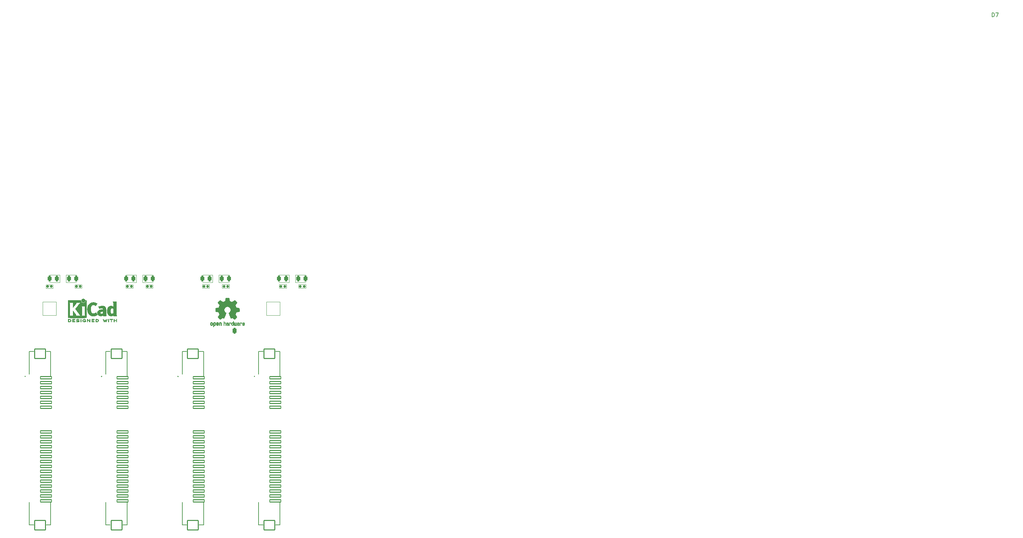
<source format=gto>
G04 Layer: BottomSilkscreenLayer*
G04 EasyEDA v6.5.25, 2023-03-20 21:11:36*
**********************************至少这一行要换成自己的************************************
G04 Gerber Generator version 0.2*
G04 Scale: 100 percent, Rotated: No, Reflected: No *
G04 Dimensions in millimeters  *
G04 leading zeros omitted , absolute positions ,3 integer and 6 decimal *
G04 #@! TF.GenerationSoftware,KiCad,Pcbnew,7.0.9*
G04 #@! TF.CreationDate,2024-04-10T09:45:46+08:00*
G04 #@! TF.ProjectId,6__ 2.5_NAS,36d84d20-322e-435f-984e-41532e6b6963,0.3*
G04 #@! TF.SameCoordinates,PXbbc77c0PY26f37c0*
G04 #@! TF.FileFunction,Legend,Top*
G04 #@! TF.FilePolarity,Positive*
%FSLAX45Y45*%
G04 Gerber Fmt 4.5, Leading zero omitted, Abs format (unit mm)*
G04 Created by KiCad (PCBNEW 7.0.9) date 2024-04-10 09:45:46*
%MOMM*%
%LPD*%
G01*
G04 APERTURE LIST*
G04 Aperture macros list*
%AMRoundRect*
0 Rectangle with rounded corners*
0 $1 Rounding radius*
0 $2 $3 $4 $5 $6 $7 $8 $9 X,Y pos of 4 corners*
0 Add a 4 corners polygon primitive as box body*
4,1,4,$2,$3,$4,$5,$6,$7,$8,$9,$2,$3,0*
0 Add four circle primitives for the rounded corners*
1,1,$1+$1,$2,$3*
1,1,$1+$1,$4,$5*
1,1,$1+$1,$6,$7*
1,1,$1+$1,$8,$9*
0 Add four rect primitives between the rounded corners*
20,1,$1+$1,$2,$3,$4,$5,0*
20,1,$1+$1,$4,$5,$6,$7,0*
20,1,$1+$1,$6,$7,$8,$9,0*
20,1,$1+$1,$8,$9,$2,$3,0*%
G04 Aperture macros list end*
%ADD10C,0.150000*%
%ADD11C,0.100000*%
%ADD12C,0.010000*%
%ADD13C,0.120000*%
%ADD14C,0.127000*%
%ADD15C,0.200000*%
%ADD16RoundRect,0.197500X-0.147500X-0.172500X0.147500X-0.172500X0.147500X0.172500X-0.147500X0.172500X0*%
%ADD17RoundRect,0.197500X0.147500X0.172500X-0.147500X0.172500X-0.147500X-0.172500X0.147500X-0.172500X0*%
%ADD18RoundRect,0.275000X0.225000X0.475000X-0.225000X0.475000X-0.225000X-0.475000X0.225000X-0.475000X0*%
%ADD19O,1.000000X1.500000*%
%ADD20RoundRect,0.293750X0.243750X0.456250X-0.243750X0.456250X-0.243750X-0.456250X0.243750X-0.456250X0*%
%ADD21C,1.300000*%
%ADD22C,1.700000*%
%ADD23RoundRect,0.102000X-1.450000X0.300000X-1.450000X-0.300000X1.450000X-0.300000X1.450000X0.300000X0*%
%ADD24RoundRect,0.102000X-1.410000X1.220000X-1.410000X-1.220000X1.410000X-1.220000X1.410000X1.220000X0*%
%ADD25RoundRect,0.293750X-0.243750X-0.456250X0.243750X-0.456250X0.243750X0.456250X-0.243750X0.456250X0*%
%ADD26C,1.350000*%
%ADD27O,1.254000X2.204000*%
%ADD28RoundRect,0.050000X-0.850000X-0.850000X0.850000X-0.850000X0.850000X0.850000X-0.850000X0.850000X0*%
%ADD29O,1.800000X1.800000*%
%ADD30C,1.500000*%
%ADD31RoundRect,0.050000X1.750000X-1.750000X1.750000X1.750000X-1.750000X1.750000X-1.750000X-1.750000X0*%
%ADD32C,3.600000*%
%ADD33O,2.304000X4.404000*%
%ADD34O,4.204000X2.204000*%
%ADD35RoundRect,0.050000X-1.750000X1.750000X-1.750000X-1.750000X1.750000X-1.750000X1.750000X1.750000X0*%
G04 APERTURE END LIST*
D10*
X22423830Y8093828D02*
X22423830Y8193828D01*
X22423830Y8193828D02*
X22447640Y8193828D01*
X22447640Y8193828D02*
X22461926Y8189066D01*
X22461926Y8189066D02*
X22471449Y8179542D01*
X22471449Y8179542D02*
X22476211Y8170018D01*
X22476211Y8170018D02*
X22480973Y8150971D01*
X22480973Y8150971D02*
X22480973Y8136685D01*
X22480973Y8136685D02*
X22476211Y8117638D01*
X22476211Y8117638D02*
X22471449Y8108114D01*
X22471449Y8108114D02*
X22461926Y8098590D01*
X22461926Y8098590D02*
X22447640Y8093828D01*
X22447640Y8093828D02*
X22423830Y8093828D01*
X22514307Y8193828D02*
X22580973Y8193828D01*
X22580973Y8193828D02*
X22538116Y8093828D01*
D11*
G04 #@! TO.C,Re*
X4551680Y1189990D02*
X4551680Y1101090D01*
X4734560Y1189990D02*
X4734560Y1101090D01*
X4734560Y1101090D02*
X4551680Y1101090D01*
X4551680Y1189990D02*
X4734560Y1189990D01*
G04 #@! TO.C,R2*
X4235360Y1101090D02*
X4235360Y1189990D01*
X4052480Y1101090D02*
X4052480Y1189990D01*
X4052480Y1189990D02*
X4235360Y1189990D01*
X4235360Y1101090D02*
X4052480Y1101090D01*
G04 #@! TO.C,R5*
X2580640Y1189990D02*
X2580640Y1101090D01*
X2763520Y1189990D02*
X2763520Y1101090D01*
X2763520Y1101090D02*
X2580640Y1101090D01*
X2580640Y1189990D02*
X2763520Y1189990D01*
G04 #@! TO.C,R6*
X2247900Y1101090D02*
X2247900Y1189990D01*
X2065020Y1101090D02*
X2065020Y1189990D01*
X2065020Y1189990D02*
X2247900Y1189990D01*
X2247900Y1101090D02*
X2065020Y1101090D01*
G04 #@! TO.C,R9*
X792480Y1098550D02*
X792480Y1187450D01*
X609600Y1098550D02*
X609600Y1187450D01*
X609600Y1187450D02*
X792480Y1187450D01*
X792480Y1098550D02*
X609600Y1098550D01*
G04 #@! TO.C,Re*
X96520Y1187450D02*
X279400Y1187450D01*
X279400Y1098550D02*
X96520Y1098550D01*
X279400Y1187450D02*
X279400Y1098550D01*
X96520Y1187450D02*
X96520Y1098550D01*
G04 #@! TO.C,R7*
X-1219200Y1187450D02*
X-1219200Y1098550D01*
X-1036320Y1187450D02*
X-1036320Y1098550D01*
X-1036320Y1098550D02*
X-1219200Y1098550D01*
X-1219200Y1187450D02*
X-1036320Y1187450D01*
G04 #@! TO.C,R8*
X-1963420Y1184910D02*
X-1963420Y1096010D01*
X-1780540Y1184910D02*
X-1780540Y1096010D01*
X-1780540Y1096010D02*
X-1963420Y1096010D01*
X-1963420Y1184910D02*
X-1780540Y1184910D01*
G04 #@! TO.C,REF\u002A\u002A*
D12*
X-348219Y300732D02*
X-345847Y299255D01*
X-343182Y297097D01*
X-343182Y264943D01*
X-343191Y255537D01*
X-343227Y248127D01*
X-343308Y242450D01*
X-343449Y238243D01*
X-343667Y235245D01*
X-343978Y233193D01*
X-344399Y231825D01*
X-344945Y230878D01*
X-345333Y230412D01*
X-348477Y228362D01*
X-352057Y228446D01*
X-355193Y230194D01*
X-357858Y232352D01*
X-357858Y297097D01*
X-355193Y299255D01*
X-352621Y300825D01*
X-350520Y301413D01*
X-348219Y300732D01*
G36*
X-348219Y300732D02*
G01*
X-345847Y299255D01*
X-343182Y297097D01*
X-343182Y264943D01*
X-343191Y255537D01*
X-343227Y248127D01*
X-343308Y242450D01*
X-343449Y238243D01*
X-343667Y235245D01*
X-343978Y233193D01*
X-344399Y231825D01*
X-344945Y230878D01*
X-345333Y230412D01*
X-348477Y228362D01*
X-352057Y228446D01*
X-355193Y230194D01*
X-357858Y232352D01*
X-357858Y297097D01*
X-355193Y299255D01*
X-352621Y300825D01*
X-350520Y301413D01*
X-348219Y300732D01*
G37*
X-1059462Y299156D02*
X-1058804Y298398D01*
X-1058288Y297421D01*
X-1057896Y295963D01*
X-1057612Y293762D01*
X-1057419Y290555D01*
X-1057298Y286083D01*
X-1057234Y280082D01*
X-1057208Y272291D01*
X-1057205Y264724D01*
X-1057211Y255340D01*
X-1057244Y247951D01*
X-1057319Y242297D01*
X-1057453Y238115D01*
X-1057665Y235144D01*
X-1057970Y233123D01*
X-1058387Y231789D01*
X-1058932Y230880D01*
X-1059462Y230293D01*
X-1062763Y228325D01*
X-1066279Y228502D01*
X-1069426Y230648D01*
X-1070148Y231486D01*
X-1070713Y232459D01*
X-1071140Y233834D01*
X-1071447Y235881D01*
X-1071655Y238869D01*
X-1071783Y243066D01*
X-1071850Y248741D01*
X-1071876Y256163D01*
X-1071880Y264566D01*
X-1071880Y295872D01*
X-1069109Y298642D01*
X-1065694Y300974D01*
X-1062381Y301058D01*
X-1059462Y299156D01*
G36*
X-1059462Y299156D02*
G01*
X-1058804Y298398D01*
X-1058288Y297421D01*
X-1057896Y295963D01*
X-1057612Y293762D01*
X-1057419Y290555D01*
X-1057298Y286083D01*
X-1057234Y280082D01*
X-1057208Y272291D01*
X-1057205Y264724D01*
X-1057211Y255340D01*
X-1057244Y247951D01*
X-1057319Y242297D01*
X-1057453Y238115D01*
X-1057665Y235144D01*
X-1057970Y233123D01*
X-1058387Y231789D01*
X-1058932Y230880D01*
X-1059462Y230293D01*
X-1062763Y228325D01*
X-1066279Y228502D01*
X-1069426Y230648D01*
X-1070148Y231486D01*
X-1070713Y232459D01*
X-1071140Y233834D01*
X-1071447Y235881D01*
X-1071655Y238869D01*
X-1071783Y243066D01*
X-1071850Y248741D01*
X-1071876Y256163D01*
X-1071880Y264566D01*
X-1071880Y295872D01*
X-1069109Y298642D01*
X-1065694Y300974D01*
X-1062381Y301058D01*
X-1059462Y299156D01*
G37*
X-994384Y825663D02*
X-984757Y823239D01*
X-976098Y818956D01*
X-968617Y812978D01*
X-962522Y805471D01*
X-958020Y796598D01*
X-955394Y786967D01*
X-954809Y777240D01*
X-956294Y767855D01*
X-959664Y759069D01*
X-964733Y751143D01*
X-971314Y744336D01*
X-979223Y738909D01*
X-988273Y735120D01*
X-993400Y733877D01*
X-997850Y733125D01*
X-1001280Y732828D01*
X-1004576Y733011D01*
X-1008623Y733697D01*
X-1011933Y734395D01*
X-1021275Y737546D01*
X-1029642Y742658D01*
X-1036846Y749577D01*
X-1042700Y758147D01*
X-1044095Y760871D01*
X-1045739Y764508D01*
X-1046769Y767562D01*
X-1047326Y770775D01*
X-1047547Y774889D01*
X-1047575Y779498D01*
X-1047166Y787933D01*
X-1045825Y794861D01*
X-1043306Y800924D01*
X-1039365Y806763D01*
X-1035510Y811190D01*
X-1028321Y817772D01*
X-1020811Y822315D01*
X-1012536Y825035D01*
X-1004773Y826062D01*
X-994384Y825663D01*
G36*
X-994384Y825663D02*
G01*
X-984757Y823239D01*
X-976098Y818956D01*
X-968617Y812978D01*
X-962522Y805471D01*
X-958020Y796598D01*
X-955394Y786967D01*
X-954809Y777240D01*
X-956294Y767855D01*
X-959664Y759069D01*
X-964733Y751143D01*
X-971314Y744336D01*
X-979223Y738909D01*
X-988273Y735120D01*
X-993400Y733877D01*
X-997850Y733125D01*
X-1001280Y732828D01*
X-1004576Y733011D01*
X-1008623Y733697D01*
X-1011933Y734395D01*
X-1021275Y737546D01*
X-1029642Y742658D01*
X-1036846Y749577D01*
X-1042700Y758147D01*
X-1044095Y760871D01*
X-1045739Y764508D01*
X-1046769Y767562D01*
X-1047326Y770775D01*
X-1047547Y774889D01*
X-1047575Y779498D01*
X-1047166Y787933D01*
X-1045825Y794861D01*
X-1043306Y800924D01*
X-1039365Y806763D01*
X-1035510Y811190D01*
X-1028321Y817772D01*
X-1020811Y822315D01*
X-1012536Y825035D01*
X-1004773Y826062D01*
X-994384Y825663D01*
G37*
X-270774Y301404D02*
X-262903Y301366D01*
X-256794Y301287D01*
X-252198Y301153D01*
X-248869Y300952D01*
X-246556Y300669D01*
X-245014Y300293D01*
X-243993Y299810D01*
X-243499Y299438D01*
X-240934Y296184D01*
X-240624Y292806D01*
X-242209Y289737D01*
X-243245Y288511D01*
X-244360Y287675D01*
X-245976Y287154D01*
X-248516Y286874D01*
X-252400Y286760D01*
X-258052Y286738D01*
X-259162Y286738D01*
X-273756Y286738D01*
X-273756Y259644D01*
X-273765Y251105D01*
X-273809Y244534D01*
X-273909Y239643D01*
X-274087Y236143D01*
X-274366Y233745D01*
X-274768Y232161D01*
X-275316Y231101D01*
X-276013Y230293D01*
X-279307Y228309D01*
X-282745Y228465D01*
X-285862Y230729D01*
X-286091Y231010D01*
X-286837Y232071D01*
X-287405Y233312D01*
X-287820Y235035D01*
X-288105Y237542D01*
X-288285Y241133D01*
X-288383Y246112D01*
X-288424Y252778D01*
X-288431Y260361D01*
X-288431Y286738D01*
X-302367Y286738D01*
X-308348Y286778D01*
X-312488Y286936D01*
X-315205Y287265D01*
X-316915Y287821D01*
X-318036Y288657D01*
X-318172Y288802D01*
X-319808Y292126D01*
X-319663Y295884D01*
X-317782Y299156D01*
X-317055Y299790D01*
X-316117Y300293D01*
X-314719Y300680D01*
X-312610Y300966D01*
X-309541Y301167D01*
X-305261Y301296D01*
X-299521Y301370D01*
X-292069Y301404D01*
X-282657Y301413D01*
X-280654Y301413D01*
X-270774Y301404D01*
G36*
X-270774Y301404D02*
G01*
X-262903Y301366D01*
X-256794Y301287D01*
X-252198Y301153D01*
X-248869Y300952D01*
X-246556Y300669D01*
X-245014Y300293D01*
X-243993Y299810D01*
X-243499Y299438D01*
X-240934Y296184D01*
X-240624Y292806D01*
X-242209Y289737D01*
X-243245Y288511D01*
X-244360Y287675D01*
X-245976Y287154D01*
X-248516Y286874D01*
X-252400Y286760D01*
X-258052Y286738D01*
X-259162Y286738D01*
X-273756Y286738D01*
X-273756Y259644D01*
X-273765Y251105D01*
X-273809Y244534D01*
X-273909Y239643D01*
X-274087Y236143D01*
X-274366Y233745D01*
X-274768Y232161D01*
X-275316Y231101D01*
X-276013Y230293D01*
X-279307Y228309D01*
X-282745Y228465D01*
X-285862Y230729D01*
X-286091Y231010D01*
X-286837Y232071D01*
X-287405Y233312D01*
X-287820Y235035D01*
X-288105Y237542D01*
X-288285Y241133D01*
X-288383Y246112D01*
X-288424Y252778D01*
X-288431Y260361D01*
X-288431Y286738D01*
X-302367Y286738D01*
X-308348Y286778D01*
X-312488Y286936D01*
X-315205Y287265D01*
X-316915Y287821D01*
X-318036Y288657D01*
X-318172Y288802D01*
X-319808Y292126D01*
X-319663Y295884D01*
X-317782Y299156D01*
X-317055Y299790D01*
X-316117Y300293D01*
X-314719Y300680D01*
X-312610Y300966D01*
X-309541Y301167D01*
X-305261Y301296D01*
X-299521Y301370D01*
X-292069Y301404D01*
X-282657Y301413D01*
X-280654Y301413D01*
X-270774Y301404D01*
G37*
X-144198Y300867D02*
X-141060Y298642D01*
X-138289Y295872D01*
X-138289Y264928D01*
X-138296Y255740D01*
X-138331Y248536D01*
X-138411Y243042D01*
X-138556Y238984D01*
X-138785Y236088D01*
X-139116Y234081D01*
X-139570Y232688D01*
X-140163Y231635D01*
X-140629Y231010D01*
X-143702Y228553D01*
X-147230Y228286D01*
X-150456Y229793D01*
X-151521Y230683D01*
X-152234Y231864D01*
X-152663Y233767D01*
X-152881Y236821D01*
X-152957Y241454D01*
X-152965Y245033D01*
X-152965Y258515D01*
X-202636Y258515D01*
X-202636Y246250D01*
X-202687Y240641D01*
X-202892Y236787D01*
X-203329Y234184D01*
X-204074Y232330D01*
X-204975Y231010D01*
X-208066Y228560D01*
X-211560Y228269D01*
X-214906Y230011D01*
X-215820Y230924D01*
X-216465Y232134D01*
X-216890Y234020D01*
X-217145Y236958D01*
X-217277Y241326D01*
X-217336Y247502D01*
X-217342Y248920D01*
X-217391Y260557D01*
X-217416Y270147D01*
X-217408Y277902D01*
X-217357Y284033D01*
X-217254Y288751D01*
X-217089Y292267D01*
X-216852Y294792D01*
X-216534Y296538D01*
X-216126Y297716D01*
X-215617Y298537D01*
X-215053Y299156D01*
X-211867Y301136D01*
X-208544Y300867D01*
X-205406Y298642D01*
X-204137Y297207D01*
X-203327Y295622D01*
X-202876Y293365D01*
X-202679Y289912D01*
X-202636Y284742D01*
X-202636Y273191D01*
X-152965Y273191D01*
X-152965Y285044D01*
X-152914Y290505D01*
X-152710Y294193D01*
X-152277Y296589D01*
X-151535Y298179D01*
X-150707Y299156D01*
X-147521Y301136D01*
X-144198Y300867D01*
G36*
X-144198Y300867D02*
G01*
X-141060Y298642D01*
X-138289Y295872D01*
X-138289Y264928D01*
X-138296Y255740D01*
X-138331Y248536D01*
X-138411Y243042D01*
X-138556Y238984D01*
X-138785Y236088D01*
X-139116Y234081D01*
X-139570Y232688D01*
X-140163Y231635D01*
X-140629Y231010D01*
X-143702Y228553D01*
X-147230Y228286D01*
X-150456Y229793D01*
X-151521Y230683D01*
X-152234Y231864D01*
X-152663Y233767D01*
X-152881Y236821D01*
X-152957Y241454D01*
X-152965Y245033D01*
X-152965Y258515D01*
X-202636Y258515D01*
X-202636Y246250D01*
X-202687Y240641D01*
X-202892Y236787D01*
X-203329Y234184D01*
X-204074Y232330D01*
X-204975Y231010D01*
X-208066Y228560D01*
X-211560Y228269D01*
X-214906Y230011D01*
X-215820Y230924D01*
X-216465Y232134D01*
X-216890Y234020D01*
X-217145Y236958D01*
X-217277Y241326D01*
X-217336Y247502D01*
X-217342Y248920D01*
X-217391Y260557D01*
X-217416Y270147D01*
X-217408Y277902D01*
X-217357Y284033D01*
X-217254Y288751D01*
X-217089Y292267D01*
X-216852Y294792D01*
X-216534Y296538D01*
X-216126Y297716D01*
X-215617Y298537D01*
X-215053Y299156D01*
X-211867Y301136D01*
X-208544Y300867D01*
X-205406Y298642D01*
X-204137Y297207D01*
X-203327Y295622D01*
X-202876Y293365D01*
X-202679Y289912D01*
X-202636Y284742D01*
X-202636Y273191D01*
X-152965Y273191D01*
X-152965Y285044D01*
X-152914Y290505D01*
X-152710Y294193D01*
X-152277Y296589D01*
X-151535Y298179D01*
X-150707Y299156D01*
X-147521Y301136D01*
X-144198Y300867D01*
G37*
X-665249Y301393D02*
X-652351Y300956D01*
X-641381Y299634D01*
X-632157Y297346D01*
X-624500Y294013D01*
X-618227Y289556D01*
X-613159Y283896D01*
X-609114Y276954D01*
X-609034Y276785D01*
X-606620Y270572D01*
X-605760Y265069D01*
X-606457Y259531D01*
X-608715Y253213D01*
X-609143Y252251D01*
X-612063Y246623D01*
X-615344Y242275D01*
X-619580Y238578D01*
X-625361Y234906D01*
X-625697Y234715D01*
X-630730Y232297D01*
X-636418Y230492D01*
X-643127Y229236D01*
X-651224Y228468D01*
X-661072Y228125D01*
X-664551Y228095D01*
X-681121Y228035D01*
X-683460Y231010D01*
X-684154Y231988D01*
X-684696Y233130D01*
X-685104Y234710D01*
X-685396Y237002D01*
X-685593Y240280D01*
X-685658Y242711D01*
X-669996Y242711D01*
X-660607Y242711D01*
X-655114Y242872D01*
X-649474Y243294D01*
X-644846Y243891D01*
X-644566Y243941D01*
X-636345Y246146D01*
X-629969Y249460D01*
X-625235Y254035D01*
X-621942Y260026D01*
X-621369Y261614D01*
X-620808Y264087D01*
X-621051Y266530D01*
X-622233Y269780D01*
X-622946Y271377D01*
X-625280Y275619D01*
X-628092Y278596D01*
X-631186Y280669D01*
X-637383Y283366D01*
X-645315Y285320D01*
X-654555Y286445D01*
X-661247Y286693D01*
X-669996Y286738D01*
X-669996Y242711D01*
X-685658Y242711D01*
X-685713Y244818D01*
X-685775Y250889D01*
X-685798Y258767D01*
X-685800Y264928D01*
X-685800Y295872D01*
X-683029Y298642D01*
X-681799Y299766D01*
X-680470Y300535D01*
X-678613Y301016D01*
X-675801Y301275D01*
X-671608Y301379D01*
X-665606Y301393D01*
X-665249Y301393D01*
G36*
X-665249Y301393D02*
G01*
X-652351Y300956D01*
X-641381Y299634D01*
X-632157Y297346D01*
X-624500Y294013D01*
X-618227Y289556D01*
X-613159Y283896D01*
X-609114Y276954D01*
X-609034Y276785D01*
X-606620Y270572D01*
X-605760Y265069D01*
X-606457Y259531D01*
X-608715Y253213D01*
X-609143Y252251D01*
X-612063Y246623D01*
X-615344Y242275D01*
X-619580Y238578D01*
X-625361Y234906D01*
X-625697Y234715D01*
X-630730Y232297D01*
X-636418Y230492D01*
X-643127Y229236D01*
X-651224Y228468D01*
X-661072Y228125D01*
X-664551Y228095D01*
X-681121Y228035D01*
X-683460Y231010D01*
X-684154Y231988D01*
X-684696Y233130D01*
X-685104Y234710D01*
X-685396Y237002D01*
X-685593Y240280D01*
X-685658Y242711D01*
X-669996Y242711D01*
X-660607Y242711D01*
X-655114Y242872D01*
X-649474Y243294D01*
X-644846Y243891D01*
X-644566Y243941D01*
X-636345Y246146D01*
X-629969Y249460D01*
X-625235Y254035D01*
X-621942Y260026D01*
X-621369Y261614D01*
X-620808Y264087D01*
X-621051Y266530D01*
X-622233Y269780D01*
X-622946Y271377D01*
X-625280Y275619D01*
X-628092Y278596D01*
X-631186Y280669D01*
X-637383Y283366D01*
X-645315Y285320D01*
X-654555Y286445D01*
X-661247Y286693D01*
X-669996Y286738D01*
X-669996Y242711D01*
X-685658Y242711D01*
X-685713Y244818D01*
X-685775Y250889D01*
X-685798Y258767D01*
X-685800Y264928D01*
X-685800Y295872D01*
X-683029Y298642D01*
X-681799Y299766D01*
X-680470Y300535D01*
X-678613Y301016D01*
X-675801Y301275D01*
X-671608Y301379D01*
X-665606Y301393D01*
X-665249Y301393D01*
G37*
X-1379217Y301413D02*
X-1375269Y301373D01*
X-1363700Y301094D01*
X-1354011Y300265D01*
X-1345872Y298797D01*
X-1338952Y296601D01*
X-1332922Y293588D01*
X-1327451Y289669D01*
X-1325497Y287967D01*
X-1322255Y283984D01*
X-1319332Y278579D01*
X-1317079Y272588D01*
X-1315848Y266846D01*
X-1315720Y264724D01*
X-1316522Y258843D01*
X-1318670Y252419D01*
X-1321780Y246338D01*
X-1325467Y241487D01*
X-1326065Y240902D01*
X-1331138Y236788D01*
X-1336693Y233576D01*
X-1343050Y231183D01*
X-1350529Y229525D01*
X-1359452Y228516D01*
X-1370138Y228073D01*
X-1375033Y228035D01*
X-1381256Y228065D01*
X-1385633Y228191D01*
X-1388573Y228465D01*
X-1390488Y228940D01*
X-1391788Y229670D01*
X-1392485Y230293D01*
X-1393143Y231051D01*
X-1393659Y232028D01*
X-1394050Y233486D01*
X-1394334Y235687D01*
X-1394528Y238894D01*
X-1394648Y243366D01*
X-1394713Y249367D01*
X-1394738Y257158D01*
X-1394742Y264724D01*
X-1394767Y274816D01*
X-1394762Y282877D01*
X-1394666Y286738D01*
X-1380067Y286738D01*
X-1380067Y242711D01*
X-1370753Y242720D01*
X-1365149Y242880D01*
X-1359280Y243294D01*
X-1354383Y243874D01*
X-1354234Y243897D01*
X-1346319Y245811D01*
X-1340180Y248791D01*
X-1335511Y253032D01*
X-1332544Y257624D01*
X-1330715Y262717D01*
X-1330857Y267500D01*
X-1332979Y272627D01*
X-1337129Y277930D01*
X-1342880Y281860D01*
X-1350355Y284487D01*
X-1355351Y285417D01*
X-1361022Y286069D01*
X-1367032Y286542D01*
X-1372144Y286738D01*
X-1372447Y286739D01*
X-1380067Y286738D01*
X-1394666Y286738D01*
X-1394606Y289135D01*
X-1394180Y293815D01*
X-1393363Y297142D01*
X-1392036Y299344D01*
X-1390077Y300646D01*
X-1387368Y301274D01*
X-1383788Y301455D01*
X-1379217Y301413D01*
G36*
X-1379217Y301413D02*
G01*
X-1375269Y301373D01*
X-1363700Y301094D01*
X-1354011Y300265D01*
X-1345872Y298797D01*
X-1338952Y296601D01*
X-1332922Y293588D01*
X-1327451Y289669D01*
X-1325497Y287967D01*
X-1322255Y283984D01*
X-1319332Y278579D01*
X-1317079Y272588D01*
X-1315848Y266846D01*
X-1315720Y264724D01*
X-1316522Y258843D01*
X-1318670Y252419D01*
X-1321780Y246338D01*
X-1325467Y241487D01*
X-1326065Y240902D01*
X-1331138Y236788D01*
X-1336693Y233576D01*
X-1343050Y231183D01*
X-1350529Y229525D01*
X-1359452Y228516D01*
X-1370138Y228073D01*
X-1375033Y228035D01*
X-1381256Y228065D01*
X-1385633Y228191D01*
X-1388573Y228465D01*
X-1390488Y228940D01*
X-1391788Y229670D01*
X-1392485Y230293D01*
X-1393143Y231051D01*
X-1393659Y232028D01*
X-1394050Y233486D01*
X-1394334Y235687D01*
X-1394528Y238894D01*
X-1394648Y243366D01*
X-1394713Y249367D01*
X-1394738Y257158D01*
X-1394742Y264724D01*
X-1394767Y274816D01*
X-1394762Y282877D01*
X-1394666Y286738D01*
X-1380067Y286738D01*
X-1380067Y242711D01*
X-1370753Y242720D01*
X-1365149Y242880D01*
X-1359280Y243294D01*
X-1354383Y243874D01*
X-1354234Y243897D01*
X-1346319Y245811D01*
X-1340180Y248791D01*
X-1335511Y253032D01*
X-1332544Y257624D01*
X-1330715Y262717D01*
X-1330857Y267500D01*
X-1332979Y272627D01*
X-1337129Y277930D01*
X-1342880Y281860D01*
X-1350355Y284487D01*
X-1355351Y285417D01*
X-1361022Y286069D01*
X-1367032Y286542D01*
X-1372144Y286738D01*
X-1372447Y286739D01*
X-1380067Y286738D01*
X-1394666Y286738D01*
X-1394606Y289135D01*
X-1394180Y293815D01*
X-1393363Y297142D01*
X-1392036Y299344D01*
X-1390077Y300646D01*
X-1387368Y301274D01*
X-1383788Y301455D01*
X-1379217Y301413D01*
G37*
X-897091Y300975D02*
X-894735Y299593D01*
X-891653Y297332D01*
X-887688Y294086D01*
X-882678Y289749D01*
X-876464Y284214D01*
X-868887Y277375D01*
X-860213Y269512D01*
X-842151Y253132D01*
X-841587Y275117D01*
X-841383Y282685D01*
X-841186Y288321D01*
X-840953Y292349D01*
X-840641Y295097D01*
X-840204Y296887D01*
X-839602Y298046D01*
X-838788Y298899D01*
X-838357Y299258D01*
X-834904Y301153D01*
X-831618Y300876D01*
X-829012Y299257D01*
X-826347Y297100D01*
X-826015Y265605D01*
X-825923Y256342D01*
X-825877Y249066D01*
X-825891Y243504D01*
X-825983Y239386D01*
X-826169Y236440D01*
X-826464Y234394D01*
X-826885Y232979D01*
X-827448Y231921D01*
X-828073Y231073D01*
X-829424Y229499D01*
X-830768Y228456D01*
X-832292Y228056D01*
X-834183Y228411D01*
X-836625Y229632D01*
X-839807Y231833D01*
X-843915Y235125D01*
X-849134Y239621D01*
X-855652Y245432D01*
X-863036Y252110D01*
X-889564Y276174D01*
X-890129Y254261D01*
X-890333Y246707D01*
X-890530Y241085D01*
X-890764Y237068D01*
X-891078Y234330D01*
X-891516Y232547D01*
X-892122Y231392D01*
X-892940Y230539D01*
X-893358Y230192D01*
X-897056Y228283D01*
X-900551Y228571D01*
X-903594Y231010D01*
X-904290Y231991D01*
X-904832Y233137D01*
X-905240Y234723D01*
X-905533Y237024D01*
X-905729Y240314D01*
X-905848Y244868D01*
X-905909Y250963D01*
X-905931Y258871D01*
X-905933Y264724D01*
X-905926Y273879D01*
X-905891Y281051D01*
X-905810Y286516D01*
X-905663Y290547D01*
X-905432Y293420D01*
X-905097Y295411D01*
X-904639Y296793D01*
X-904039Y297843D01*
X-903594Y298439D01*
X-902465Y299851D01*
X-901410Y300917D01*
X-900269Y301531D01*
X-898883Y301586D01*
X-897091Y300975D01*
G36*
X-897091Y300975D02*
G01*
X-894735Y299593D01*
X-891653Y297332D01*
X-887688Y294086D01*
X-882678Y289749D01*
X-876464Y284214D01*
X-868887Y277375D01*
X-860213Y269512D01*
X-842151Y253132D01*
X-841587Y275117D01*
X-841383Y282685D01*
X-841186Y288321D01*
X-840953Y292349D01*
X-840641Y295097D01*
X-840204Y296887D01*
X-839602Y298046D01*
X-838788Y298899D01*
X-838357Y299258D01*
X-834904Y301153D01*
X-831618Y300876D01*
X-829012Y299257D01*
X-826347Y297100D01*
X-826015Y265605D01*
X-825923Y256342D01*
X-825877Y249066D01*
X-825891Y243504D01*
X-825983Y239386D01*
X-826169Y236440D01*
X-826464Y234394D01*
X-826885Y232979D01*
X-827448Y231921D01*
X-828073Y231073D01*
X-829424Y229499D01*
X-830768Y228456D01*
X-832292Y228056D01*
X-834183Y228411D01*
X-836625Y229632D01*
X-839807Y231833D01*
X-843915Y235125D01*
X-849134Y239621D01*
X-855652Y245432D01*
X-863036Y252110D01*
X-889564Y276174D01*
X-890129Y254261D01*
X-890333Y246707D01*
X-890530Y241085D01*
X-890764Y237068D01*
X-891078Y234330D01*
X-891516Y232547D01*
X-892122Y231392D01*
X-892940Y230539D01*
X-893358Y230192D01*
X-897056Y228283D01*
X-900551Y228571D01*
X-903594Y231010D01*
X-904290Y231991D01*
X-904832Y233137D01*
X-905240Y234723D01*
X-905533Y237024D01*
X-905729Y240314D01*
X-905848Y244868D01*
X-905909Y250963D01*
X-905931Y258871D01*
X-905933Y264724D01*
X-905926Y273879D01*
X-905891Y281051D01*
X-905810Y286516D01*
X-905663Y290547D01*
X-905432Y293420D01*
X-905097Y295411D01*
X-904639Y296793D01*
X-904039Y297843D01*
X-903594Y298439D01*
X-902465Y299851D01*
X-901410Y300917D01*
X-900269Y301531D01*
X-898883Y301586D01*
X-897091Y300975D01*
G37*
X-962088Y300860D02*
X-955236Y299711D01*
X-949974Y297923D01*
X-946551Y295570D01*
X-945618Y294228D01*
X-944669Y291105D01*
X-945308Y288281D01*
X-947323Y285602D01*
X-950454Y284349D01*
X-954998Y284450D01*
X-958513Y285129D01*
X-966322Y286423D01*
X-974303Y286546D01*
X-983235Y285496D01*
X-985703Y285051D01*
X-994009Y282709D01*
X-1000507Y279226D01*
X-1005126Y274660D01*
X-1007794Y269071D01*
X-1008346Y266181D01*
X-1007985Y260319D01*
X-1005653Y255132D01*
X-1001562Y250722D01*
X-995926Y247190D01*
X-988956Y244637D01*
X-980865Y243164D01*
X-971866Y242872D01*
X-962171Y243862D01*
X-961624Y243956D01*
X-957767Y244674D01*
X-955629Y245368D01*
X-954703Y246397D01*
X-954481Y248122D01*
X-954476Y249036D01*
X-954476Y252871D01*
X-961323Y252871D01*
X-967370Y253285D01*
X-971496Y254605D01*
X-973897Y256947D01*
X-974768Y260426D01*
X-974778Y260881D01*
X-974269Y263855D01*
X-972523Y265978D01*
X-969274Y267383D01*
X-964254Y268203D01*
X-959392Y268504D01*
X-952326Y268677D01*
X-947200Y268413D01*
X-943704Y267440D01*
X-941527Y265485D01*
X-940358Y262274D01*
X-939886Y257536D01*
X-939800Y251313D01*
X-939941Y244366D01*
X-940365Y239641D01*
X-941074Y237119D01*
X-941211Y236921D01*
X-945103Y233769D01*
X-950809Y231273D01*
X-957967Y229486D01*
X-966216Y228461D01*
X-975194Y228253D01*
X-984539Y228913D01*
X-990036Y229724D01*
X-998657Y232165D01*
X-1006669Y236154D01*
X-1013378Y241331D01*
X-1014397Y242366D01*
X-1017710Y246716D01*
X-1020699Y252108D01*
X-1023016Y257761D01*
X-1024310Y262894D01*
X-1024466Y264866D01*
X-1023802Y268978D01*
X-1022037Y274095D01*
X-1019510Y279481D01*
X-1016559Y284401D01*
X-1013952Y287687D01*
X-1007856Y292575D01*
X-999977Y296466D01*
X-990596Y299271D01*
X-979995Y300902D01*
X-970280Y301301D01*
X-962088Y300860D01*
G36*
X-962088Y300860D02*
G01*
X-955236Y299711D01*
X-949974Y297923D01*
X-946551Y295570D01*
X-945618Y294228D01*
X-944669Y291105D01*
X-945308Y288281D01*
X-947323Y285602D01*
X-950454Y284349D01*
X-954998Y284450D01*
X-958513Y285129D01*
X-966322Y286423D01*
X-974303Y286546D01*
X-983235Y285496D01*
X-985703Y285051D01*
X-994009Y282709D01*
X-1000507Y279226D01*
X-1005126Y274660D01*
X-1007794Y269071D01*
X-1008346Y266181D01*
X-1007985Y260319D01*
X-1005653Y255132D01*
X-1001562Y250722D01*
X-995926Y247190D01*
X-988956Y244637D01*
X-980865Y243164D01*
X-971866Y242872D01*
X-962171Y243862D01*
X-961624Y243956D01*
X-957767Y244674D01*
X-955629Y245368D01*
X-954703Y246397D01*
X-954481Y248122D01*
X-954476Y249036D01*
X-954476Y252871D01*
X-961323Y252871D01*
X-967370Y253285D01*
X-971496Y254605D01*
X-973897Y256947D01*
X-974768Y260426D01*
X-974778Y260881D01*
X-974269Y263855D01*
X-972523Y265978D01*
X-969274Y267383D01*
X-964254Y268203D01*
X-959392Y268504D01*
X-952326Y268677D01*
X-947200Y268413D01*
X-943704Y267440D01*
X-941527Y265485D01*
X-940358Y262274D01*
X-939886Y257536D01*
X-939800Y251313D01*
X-939941Y244366D01*
X-940365Y239641D01*
X-941074Y237119D01*
X-941211Y236921D01*
X-945103Y233769D01*
X-950809Y231273D01*
X-957967Y229486D01*
X-966216Y228461D01*
X-975194Y228253D01*
X-984539Y228913D01*
X-990036Y229724D01*
X-998657Y232165D01*
X-1006669Y236154D01*
X-1013378Y241331D01*
X-1014397Y242366D01*
X-1017710Y246716D01*
X-1020699Y252108D01*
X-1023016Y257761D01*
X-1024310Y262894D01*
X-1024466Y264866D01*
X-1023802Y268978D01*
X-1022037Y274095D01*
X-1019510Y279481D01*
X-1016559Y284401D01*
X-1013952Y287687D01*
X-1007856Y292575D01*
X-999977Y296466D01*
X-990596Y299271D01*
X-979995Y300902D01*
X-970280Y301301D01*
X-962088Y300860D01*
G37*
X-744046Y301394D02*
X-736410Y301303D01*
X-730558Y301089D01*
X-726254Y300703D01*
X-723262Y300093D01*
X-721343Y299211D01*
X-720262Y298005D01*
X-719783Y296426D01*
X-719667Y294423D01*
X-719667Y294187D01*
X-719767Y291921D01*
X-720240Y290170D01*
X-721347Y288863D01*
X-723345Y287929D01*
X-726495Y287297D01*
X-731057Y286898D01*
X-737289Y286659D01*
X-745451Y286511D01*
X-747952Y286479D01*
X-772160Y286173D01*
X-772499Y279682D01*
X-772837Y273191D01*
X-756022Y273191D01*
X-749453Y273167D01*
X-744763Y273064D01*
X-741572Y272839D01*
X-739501Y272446D01*
X-738172Y271840D01*
X-737204Y270978D01*
X-737198Y270971D01*
X-735444Y267609D01*
X-735508Y263975D01*
X-737349Y260878D01*
X-737713Y260559D01*
X-739006Y259739D01*
X-740778Y259168D01*
X-743423Y258804D01*
X-747337Y258603D01*
X-752914Y258524D01*
X-756481Y258515D01*
X-772724Y258515D01*
X-772724Y242711D01*
X-748064Y242711D01*
X-739922Y242697D01*
X-733739Y242639D01*
X-729216Y242513D01*
X-726055Y242297D01*
X-723957Y241968D01*
X-722623Y241501D01*
X-721754Y240874D01*
X-721535Y240647D01*
X-719919Y237492D01*
X-719800Y233903D01*
X-721126Y230791D01*
X-722176Y229793D01*
X-723267Y229243D01*
X-724958Y228818D01*
X-727517Y228502D01*
X-731210Y228281D01*
X-736305Y228139D01*
X-743071Y228063D01*
X-751773Y228036D01*
X-753741Y228035D01*
X-762589Y228041D01*
X-769457Y228073D01*
X-774624Y228153D01*
X-778365Y228303D01*
X-780961Y228545D01*
X-782688Y228901D01*
X-783824Y229392D01*
X-784647Y230040D01*
X-785098Y230506D01*
X-785778Y231331D01*
X-786309Y232353D01*
X-786709Y233840D01*
X-786998Y236060D01*
X-787193Y239281D01*
X-787312Y243770D01*
X-787374Y249797D01*
X-787397Y257629D01*
X-787400Y264221D01*
X-787393Y273457D01*
X-787359Y280708D01*
X-787280Y286246D01*
X-787137Y290344D01*
X-786912Y293272D01*
X-786586Y295305D01*
X-786140Y296713D01*
X-785555Y297771D01*
X-785060Y298439D01*
X-782721Y301413D01*
X-753703Y301413D01*
X-744046Y301394D01*
G36*
X-744046Y301394D02*
G01*
X-736410Y301303D01*
X-730558Y301089D01*
X-726254Y300703D01*
X-723262Y300093D01*
X-721343Y299211D01*
X-720262Y298005D01*
X-719783Y296426D01*
X-719667Y294423D01*
X-719667Y294187D01*
X-719767Y291921D01*
X-720240Y290170D01*
X-721347Y288863D01*
X-723345Y287929D01*
X-726495Y287297D01*
X-731057Y286898D01*
X-737289Y286659D01*
X-745451Y286511D01*
X-747952Y286479D01*
X-772160Y286173D01*
X-772499Y279682D01*
X-772837Y273191D01*
X-756022Y273191D01*
X-749453Y273167D01*
X-744763Y273064D01*
X-741572Y272839D01*
X-739501Y272446D01*
X-738172Y271840D01*
X-737204Y270978D01*
X-737198Y270971D01*
X-735444Y267609D01*
X-735508Y263975D01*
X-737349Y260878D01*
X-737713Y260559D01*
X-739006Y259739D01*
X-740778Y259168D01*
X-743423Y258804D01*
X-747337Y258603D01*
X-752914Y258524D01*
X-756481Y258515D01*
X-772724Y258515D01*
X-772724Y242711D01*
X-748064Y242711D01*
X-739922Y242697D01*
X-733739Y242639D01*
X-729216Y242513D01*
X-726055Y242297D01*
X-723957Y241968D01*
X-722623Y241501D01*
X-721754Y240874D01*
X-721535Y240647D01*
X-719919Y237492D01*
X-719800Y233903D01*
X-721126Y230791D01*
X-722176Y229793D01*
X-723267Y229243D01*
X-724958Y228818D01*
X-727517Y228502D01*
X-731210Y228281D01*
X-736305Y228139D01*
X-743071Y228063D01*
X-751773Y228036D01*
X-753741Y228035D01*
X-762589Y228041D01*
X-769457Y228073D01*
X-774624Y228153D01*
X-778365Y228303D01*
X-780961Y228545D01*
X-782688Y228901D01*
X-783824Y229392D01*
X-784647Y230040D01*
X-785098Y230506D01*
X-785778Y231331D01*
X-786309Y232353D01*
X-786709Y233840D01*
X-786998Y236060D01*
X-787193Y239281D01*
X-787312Y243770D01*
X-787374Y249797D01*
X-787397Y257629D01*
X-787400Y264221D01*
X-787393Y273457D01*
X-787359Y280708D01*
X-787280Y286246D01*
X-787137Y290344D01*
X-786912Y293272D01*
X-786586Y295305D01*
X-786140Y296713D01*
X-785555Y297771D01*
X-785060Y298439D01*
X-782721Y301413D01*
X-753703Y301413D01*
X-744046Y301394D01*
G37*
X-1238359Y301405D02*
X-1231419Y301368D01*
X-1226180Y301282D01*
X-1222365Y301125D01*
X-1219696Y300880D01*
X-1217895Y300524D01*
X-1216685Y300039D01*
X-1215787Y299404D01*
X-1215462Y299112D01*
X-1213484Y296006D01*
X-1213128Y292437D01*
X-1214429Y289269D01*
X-1215031Y288629D01*
X-1216004Y288008D01*
X-1217570Y287529D01*
X-1220021Y287169D01*
X-1223646Y286904D01*
X-1228737Y286711D01*
X-1235583Y286566D01*
X-1241842Y286478D01*
X-1266613Y286173D01*
X-1266952Y279682D01*
X-1267291Y273191D01*
X-1250476Y273191D01*
X-1243176Y273128D01*
X-1237832Y272865D01*
X-1234143Y272289D01*
X-1231809Y271290D01*
X-1230529Y269754D01*
X-1230004Y267572D01*
X-1229925Y265546D01*
X-1230172Y263061D01*
X-1231108Y261229D01*
X-1233018Y259956D01*
X-1236192Y259146D01*
X-1240916Y258702D01*
X-1247478Y258530D01*
X-1251060Y258515D01*
X-1267178Y258515D01*
X-1267178Y242711D01*
X-1242342Y242711D01*
X-1234201Y242700D01*
X-1228014Y242649D01*
X-1223477Y242533D01*
X-1220285Y242327D01*
X-1218136Y242005D01*
X-1216724Y241543D01*
X-1215747Y240914D01*
X-1215249Y240453D01*
X-1213541Y237764D01*
X-1212991Y235373D01*
X-1213776Y232453D01*
X-1215249Y230293D01*
X-1216035Y229613D01*
X-1217049Y229085D01*
X-1218564Y228690D01*
X-1220854Y228409D01*
X-1224191Y228222D01*
X-1228848Y228110D01*
X-1235097Y228055D01*
X-1243211Y228037D01*
X-1247422Y228035D01*
X-1256440Y228043D01*
X-1263472Y228080D01*
X-1268793Y228165D01*
X-1272674Y228316D01*
X-1275389Y228554D01*
X-1277210Y228897D01*
X-1278410Y229365D01*
X-1279262Y229976D01*
X-1279596Y230293D01*
X-1280256Y231053D01*
X-1280773Y232033D01*
X-1281165Y233496D01*
X-1281448Y235705D01*
X-1281642Y238922D01*
X-1281761Y243410D01*
X-1281825Y249431D01*
X-1281850Y257249D01*
X-1281853Y264528D01*
X-1281850Y273849D01*
X-1281827Y281177D01*
X-1281763Y286774D01*
X-1281639Y290905D01*
X-1281436Y293833D01*
X-1281132Y295822D01*
X-1280708Y297135D01*
X-1280144Y298037D01*
X-1279419Y298791D01*
X-1279241Y298959D01*
X-1278375Y299703D01*
X-1277368Y300279D01*
X-1275943Y300709D01*
X-1273818Y301014D01*
X-1270716Y301215D01*
X-1266358Y301334D01*
X-1260463Y301393D01*
X-1252753Y301412D01*
X-1247280Y301413D01*
X-1238359Y301405D01*
G36*
X-1238359Y301405D02*
G01*
X-1231419Y301368D01*
X-1226180Y301282D01*
X-1222365Y301125D01*
X-1219696Y300880D01*
X-1217895Y300524D01*
X-1216685Y300039D01*
X-1215787Y299404D01*
X-1215462Y299112D01*
X-1213484Y296006D01*
X-1213128Y292437D01*
X-1214429Y289269D01*
X-1215031Y288629D01*
X-1216004Y288008D01*
X-1217570Y287529D01*
X-1220021Y287169D01*
X-1223646Y286904D01*
X-1228737Y286711D01*
X-1235583Y286566D01*
X-1241842Y286478D01*
X-1266613Y286173D01*
X-1266952Y279682D01*
X-1267291Y273191D01*
X-1250476Y273191D01*
X-1243176Y273128D01*
X-1237832Y272865D01*
X-1234143Y272289D01*
X-1231809Y271290D01*
X-1230529Y269754D01*
X-1230004Y267572D01*
X-1229925Y265546D01*
X-1230172Y263061D01*
X-1231108Y261229D01*
X-1233018Y259956D01*
X-1236192Y259146D01*
X-1240916Y258702D01*
X-1247478Y258530D01*
X-1251060Y258515D01*
X-1267178Y258515D01*
X-1267178Y242711D01*
X-1242342Y242711D01*
X-1234201Y242700D01*
X-1228014Y242649D01*
X-1223477Y242533D01*
X-1220285Y242327D01*
X-1218136Y242005D01*
X-1216724Y241543D01*
X-1215747Y240914D01*
X-1215249Y240453D01*
X-1213541Y237764D01*
X-1212991Y235373D01*
X-1213776Y232453D01*
X-1215249Y230293D01*
X-1216035Y229613D01*
X-1217049Y229085D01*
X-1218564Y228690D01*
X-1220854Y228409D01*
X-1224191Y228222D01*
X-1228848Y228110D01*
X-1235097Y228055D01*
X-1243211Y228037D01*
X-1247422Y228035D01*
X-1256440Y228043D01*
X-1263472Y228080D01*
X-1268793Y228165D01*
X-1272674Y228316D01*
X-1275389Y228554D01*
X-1277210Y228897D01*
X-1278410Y229365D01*
X-1279262Y229976D01*
X-1279596Y230293D01*
X-1280256Y231053D01*
X-1280773Y232033D01*
X-1281165Y233496D01*
X-1281448Y235705D01*
X-1281642Y238922D01*
X-1281761Y243410D01*
X-1281825Y249431D01*
X-1281850Y257249D01*
X-1281853Y264528D01*
X-1281850Y273849D01*
X-1281827Y281177D01*
X-1281763Y286774D01*
X-1281639Y290905D01*
X-1281436Y293833D01*
X-1281132Y295822D01*
X-1280708Y297135D01*
X-1280144Y298037D01*
X-1279419Y298791D01*
X-1279241Y298959D01*
X-1278375Y299703D01*
X-1277368Y300279D01*
X-1275943Y300709D01*
X-1273818Y301014D01*
X-1270716Y301215D01*
X-1266358Y301334D01*
X-1260463Y301393D01*
X-1252753Y301412D01*
X-1247280Y301413D01*
X-1238359Y301405D01*
G37*
X-392613Y301217D02*
X-390654Y300517D01*
X-390579Y300482D01*
X-387919Y298452D01*
X-386453Y296364D01*
X-386166Y295385D01*
X-386180Y294084D01*
X-386584Y292231D01*
X-387465Y289594D01*
X-388913Y285945D01*
X-391015Y281051D01*
X-393861Y274684D01*
X-397538Y266611D01*
X-399562Y262198D01*
X-403217Y254321D01*
X-406648Y247078D01*
X-409725Y240732D01*
X-412315Y235549D01*
X-414289Y231794D01*
X-415515Y229732D01*
X-415758Y229447D01*
X-418862Y228190D01*
X-422368Y228358D01*
X-425180Y229887D01*
X-425295Y230011D01*
X-426413Y231705D01*
X-428290Y235003D01*
X-430692Y239482D01*
X-433390Y244717D01*
X-434360Y246646D01*
X-441679Y261305D01*
X-449656Y245381D01*
X-452503Y239878D01*
X-455145Y235107D01*
X-457365Y231431D01*
X-458948Y229216D01*
X-459485Y228746D01*
X-463654Y228110D01*
X-467095Y229447D01*
X-468107Y230875D01*
X-469859Y234051D01*
X-472206Y238660D01*
X-475008Y244391D01*
X-478120Y250932D01*
X-481400Y257969D01*
X-484705Y265191D01*
X-487892Y272285D01*
X-490818Y278938D01*
X-493340Y284837D01*
X-495316Y289672D01*
X-496603Y293129D01*
X-497057Y294895D01*
X-497052Y294959D01*
X-495947Y297181D01*
X-493739Y299445D01*
X-493609Y299543D01*
X-490895Y301078D01*
X-488384Y301063D01*
X-487443Y300773D01*
X-486297Y300148D01*
X-485079Y298919D01*
X-483644Y296829D01*
X-481846Y293625D01*
X-479539Y289051D01*
X-476577Y282852D01*
X-473905Y277130D01*
X-470832Y270497D01*
X-468078Y264533D01*
X-465786Y259547D01*
X-464100Y255854D01*
X-463163Y253763D01*
X-463026Y253435D01*
X-462411Y253970D01*
X-460998Y256209D01*
X-458974Y259825D01*
X-456528Y264492D01*
X-455555Y266418D01*
X-452258Y272920D01*
X-449716Y277655D01*
X-447719Y280898D01*
X-446059Y282925D01*
X-444528Y284012D01*
X-442916Y284433D01*
X-441866Y284480D01*
X-440013Y284316D01*
X-438390Y283637D01*
X-436776Y282163D01*
X-434955Y279616D01*
X-432706Y275714D01*
X-429811Y270179D01*
X-428214Y267030D01*
X-425623Y262011D01*
X-423363Y257850D01*
X-421634Y254896D01*
X-420635Y253501D01*
X-420499Y253443D01*
X-419854Y254541D01*
X-418409Y257391D01*
X-416310Y261696D01*
X-413700Y267156D01*
X-410725Y273475D01*
X-409262Y276613D01*
X-405455Y284712D01*
X-402389Y290944D01*
X-399906Y295513D01*
X-397846Y298621D01*
X-396050Y300472D01*
X-394359Y301270D01*
X-392613Y301217D01*
G36*
X-392613Y301217D02*
G01*
X-390654Y300517D01*
X-390579Y300482D01*
X-387919Y298452D01*
X-386453Y296364D01*
X-386166Y295385D01*
X-386180Y294084D01*
X-386584Y292231D01*
X-387465Y289594D01*
X-388913Y285945D01*
X-391015Y281051D01*
X-393861Y274684D01*
X-397538Y266611D01*
X-399562Y262198D01*
X-403217Y254321D01*
X-406648Y247078D01*
X-409725Y240732D01*
X-412315Y235549D01*
X-414289Y231794D01*
X-415515Y229732D01*
X-415758Y229447D01*
X-418862Y228190D01*
X-422368Y228358D01*
X-425180Y229887D01*
X-425295Y230011D01*
X-426413Y231705D01*
X-428290Y235003D01*
X-430692Y239482D01*
X-433390Y244717D01*
X-434360Y246646D01*
X-441679Y261305D01*
X-449656Y245381D01*
X-452503Y239878D01*
X-455145Y235107D01*
X-457365Y231431D01*
X-458948Y229216D01*
X-459485Y228746D01*
X-463654Y228110D01*
X-467095Y229447D01*
X-468107Y230875D01*
X-469859Y234051D01*
X-472206Y238660D01*
X-475008Y244391D01*
X-478120Y250932D01*
X-481400Y257969D01*
X-484705Y265191D01*
X-487892Y272285D01*
X-490818Y278938D01*
X-493340Y284837D01*
X-495316Y289672D01*
X-496603Y293129D01*
X-497057Y294895D01*
X-497052Y294959D01*
X-495947Y297181D01*
X-493739Y299445D01*
X-493609Y299543D01*
X-490895Y301078D01*
X-488384Y301063D01*
X-487443Y300773D01*
X-486297Y300148D01*
X-485079Y298919D01*
X-483644Y296829D01*
X-481846Y293625D01*
X-479539Y289051D01*
X-476577Y282852D01*
X-473905Y277130D01*
X-470832Y270497D01*
X-468078Y264533D01*
X-465786Y259547D01*
X-464100Y255854D01*
X-463163Y253763D01*
X-463026Y253435D01*
X-462411Y253970D01*
X-460998Y256209D01*
X-458974Y259825D01*
X-456528Y264492D01*
X-455555Y266418D01*
X-452258Y272920D01*
X-449716Y277655D01*
X-447719Y280898D01*
X-446059Y282925D01*
X-444528Y284012D01*
X-442916Y284433D01*
X-441866Y284480D01*
X-440013Y284316D01*
X-438390Y283637D01*
X-436776Y282163D01*
X-434955Y279616D01*
X-432706Y275714D01*
X-429811Y270179D01*
X-428214Y267030D01*
X-425623Y262011D01*
X-423363Y257850D01*
X-421634Y254896D01*
X-420635Y253501D01*
X-420499Y253443D01*
X-419854Y254541D01*
X-418409Y257391D01*
X-416310Y261696D01*
X-413700Y267156D01*
X-410725Y273475D01*
X-409262Y276613D01*
X-405455Y284712D01*
X-402389Y290944D01*
X-399906Y295513D01*
X-397846Y298621D01*
X-396050Y300472D01*
X-394359Y301270D01*
X-392613Y301217D01*
G37*
X-1136250Y301285D02*
X-1128769Y300762D01*
X-1121811Y299945D01*
X-1115780Y298865D01*
X-1111082Y297553D01*
X-1108121Y296039D01*
X-1107666Y295593D01*
X-1106085Y292135D01*
X-1106565Y288585D01*
X-1109016Y285548D01*
X-1109133Y285460D01*
X-1110575Y284525D01*
X-1112081Y284032D01*
X-1114181Y283973D01*
X-1117406Y284334D01*
X-1122287Y285105D01*
X-1122680Y285170D01*
X-1129954Y286063D01*
X-1137802Y286504D01*
X-1145673Y286508D01*
X-1153016Y286092D01*
X-1159281Y285272D01*
X-1163917Y284064D01*
X-1164222Y283943D01*
X-1167585Y282059D01*
X-1168766Y280152D01*
X-1167841Y278276D01*
X-1164885Y276486D01*
X-1159971Y274836D01*
X-1153176Y273380D01*
X-1148645Y272679D01*
X-1139226Y271331D01*
X-1131734Y270099D01*
X-1125852Y268875D01*
X-1121259Y267554D01*
X-1117636Y266028D01*
X-1114664Y264192D01*
X-1112024Y261937D01*
X-1109903Y259723D01*
X-1107387Y256638D01*
X-1106148Y253985D01*
X-1105761Y250717D01*
X-1105747Y249520D01*
X-1106038Y245549D01*
X-1107200Y242594D01*
X-1109212Y239971D01*
X-1113302Y235962D01*
X-1117862Y232905D01*
X-1123231Y230700D01*
X-1129749Y229246D01*
X-1137754Y228446D01*
X-1147586Y228198D01*
X-1149209Y228202D01*
X-1155765Y228338D01*
X-1162267Y228647D01*
X-1168005Y229084D01*
X-1172272Y229606D01*
X-1172617Y229666D01*
X-1176860Y230671D01*
X-1180458Y231940D01*
X-1182495Y233101D01*
X-1184391Y236163D01*
X-1184523Y239728D01*
X-1182889Y242906D01*
X-1182523Y243265D01*
X-1181012Y244332D01*
X-1179122Y244792D01*
X-1176196Y244714D01*
X-1172645Y244307D01*
X-1168677Y243944D01*
X-1163115Y243637D01*
X-1156621Y243415D01*
X-1149859Y243304D01*
X-1148080Y243296D01*
X-1141293Y243324D01*
X-1136325Y243455D01*
X-1132741Y243737D01*
X-1130102Y244215D01*
X-1127973Y244934D01*
X-1126693Y245533D01*
X-1123880Y247197D01*
X-1122087Y248703D01*
X-1121825Y249130D01*
X-1122378Y250894D01*
X-1125006Y252601D01*
X-1129528Y254174D01*
X-1135761Y255536D01*
X-1137597Y255840D01*
X-1147189Y257346D01*
X-1154844Y258605D01*
X-1160858Y259709D01*
X-1165526Y260748D01*
X-1169144Y261814D01*
X-1172007Y263000D01*
X-1174410Y264395D01*
X-1176649Y266092D01*
X-1179020Y268182D01*
X-1179818Y268915D01*
X-1182615Y271650D01*
X-1184096Y273817D01*
X-1184675Y276297D01*
X-1184769Y279422D01*
X-1183738Y285550D01*
X-1180655Y290756D01*
X-1175540Y295024D01*
X-1168408Y298338D01*
X-1163320Y299824D01*
X-1157790Y300783D01*
X-1151165Y301326D01*
X-1143851Y301483D01*
X-1136250Y301285D01*
G36*
X-1136250Y301285D02*
G01*
X-1128769Y300762D01*
X-1121811Y299945D01*
X-1115780Y298865D01*
X-1111082Y297553D01*
X-1108121Y296039D01*
X-1107666Y295593D01*
X-1106085Y292135D01*
X-1106565Y288585D01*
X-1109016Y285548D01*
X-1109133Y285460D01*
X-1110575Y284525D01*
X-1112081Y284032D01*
X-1114181Y283973D01*
X-1117406Y284334D01*
X-1122287Y285105D01*
X-1122680Y285170D01*
X-1129954Y286063D01*
X-1137802Y286504D01*
X-1145673Y286508D01*
X-1153016Y286092D01*
X-1159281Y285272D01*
X-1163917Y284064D01*
X-1164222Y283943D01*
X-1167585Y282059D01*
X-1168766Y280152D01*
X-1167841Y278276D01*
X-1164885Y276486D01*
X-1159971Y274836D01*
X-1153176Y273380D01*
X-1148645Y272679D01*
X-1139226Y271331D01*
X-1131734Y270099D01*
X-1125852Y268875D01*
X-1121259Y267554D01*
X-1117636Y266028D01*
X-1114664Y264192D01*
X-1112024Y261937D01*
X-1109903Y259723D01*
X-1107387Y256638D01*
X-1106148Y253985D01*
X-1105761Y250717D01*
X-1105747Y249520D01*
X-1106038Y245549D01*
X-1107200Y242594D01*
X-1109212Y239971D01*
X-1113302Y235962D01*
X-1117862Y232905D01*
X-1123231Y230700D01*
X-1129749Y229246D01*
X-1137754Y228446D01*
X-1147586Y228198D01*
X-1149209Y228202D01*
X-1155765Y228338D01*
X-1162267Y228647D01*
X-1168005Y229084D01*
X-1172272Y229606D01*
X-1172617Y229666D01*
X-1176860Y230671D01*
X-1180458Y231940D01*
X-1182495Y233101D01*
X-1184391Y236163D01*
X-1184523Y239728D01*
X-1182889Y242906D01*
X-1182523Y243265D01*
X-1181012Y244332D01*
X-1179122Y244792D01*
X-1176196Y244714D01*
X-1172645Y244307D01*
X-1168677Y243944D01*
X-1163115Y243637D01*
X-1156621Y243415D01*
X-1149859Y243304D01*
X-1148080Y243296D01*
X-1141293Y243324D01*
X-1136325Y243455D01*
X-1132741Y243737D01*
X-1130102Y244215D01*
X-1127973Y244934D01*
X-1126693Y245533D01*
X-1123880Y247197D01*
X-1122087Y248703D01*
X-1121825Y249130D01*
X-1122378Y250894D01*
X-1125006Y252601D01*
X-1129528Y254174D01*
X-1135761Y255536D01*
X-1137597Y255840D01*
X-1147189Y257346D01*
X-1154844Y258605D01*
X-1160858Y259709D01*
X-1165526Y260748D01*
X-1169144Y261814D01*
X-1172007Y263000D01*
X-1174410Y264395D01*
X-1176649Y266092D01*
X-1179020Y268182D01*
X-1179818Y268915D01*
X-1182615Y271650D01*
X-1184096Y273817D01*
X-1184675Y276297D01*
X-1184769Y279422D01*
X-1183738Y285550D01*
X-1180655Y290756D01*
X-1175540Y295024D01*
X-1168408Y298338D01*
X-1163320Y299824D01*
X-1157790Y300783D01*
X-1151165Y301326D01*
X-1143851Y301483D01*
X-1136250Y301285D01*
G37*
X-734237Y733413D02*
X-718223Y731295D01*
X-701829Y727281D01*
X-684849Y721331D01*
X-667076Y713405D01*
X-665949Y712850D01*
X-660180Y710047D01*
X-655025Y707640D01*
X-650861Y705795D01*
X-648064Y704681D01*
X-647107Y704427D01*
X-645185Y703926D01*
X-644724Y703505D01*
X-645234Y702462D01*
X-646838Y699833D01*
X-649351Y695894D01*
X-652589Y690921D01*
X-656366Y685189D01*
X-660498Y678972D01*
X-664800Y672548D01*
X-669088Y666192D01*
X-673177Y660178D01*
X-676883Y654782D01*
X-680020Y650280D01*
X-682404Y646948D01*
X-683851Y645060D01*
X-684049Y644841D01*
X-685061Y645306D01*
X-687295Y647024D01*
X-690352Y649676D01*
X-691926Y651124D01*
X-701575Y658652D01*
X-712246Y664196D01*
X-723797Y667706D01*
X-736084Y669132D01*
X-743024Y669015D01*
X-755138Y667299D01*
X-766059Y663711D01*
X-775822Y658224D01*
X-784457Y650813D01*
X-791998Y641451D01*
X-798478Y630112D01*
X-802220Y621453D01*
X-806605Y607883D01*
X-809837Y593135D01*
X-811924Y577589D01*
X-812875Y561624D01*
X-812697Y545623D01*
X-811400Y529964D01*
X-808991Y515028D01*
X-805478Y501196D01*
X-800871Y488848D01*
X-799243Y485422D01*
X-792418Y474014D01*
X-784372Y464364D01*
X-775223Y456553D01*
X-765089Y450658D01*
X-754088Y446759D01*
X-742338Y444933D01*
X-738192Y444799D01*
X-726036Y445891D01*
X-713992Y449173D01*
X-702213Y454576D01*
X-690852Y462033D01*
X-681712Y469866D01*
X-677059Y474319D01*
X-658932Y444593D01*
X-654422Y437177D01*
X-650298Y430355D01*
X-646707Y424374D01*
X-643793Y419478D01*
X-641705Y415912D01*
X-640588Y413922D01*
X-640443Y413612D01*
X-641265Y412648D01*
X-643823Y410920D01*
X-647793Y408592D01*
X-652850Y405827D01*
X-658673Y402788D01*
X-664936Y399641D01*
X-671318Y396548D01*
X-677494Y393673D01*
X-683141Y391179D01*
X-687936Y389231D01*
X-690281Y388388D01*
X-703658Y384607D01*
X-717447Y382106D01*
X-732218Y380806D01*
X-744897Y380573D01*
X-751692Y380683D01*
X-758252Y380892D01*
X-763995Y381177D01*
X-768340Y381509D01*
X-769750Y381678D01*
X-783652Y384561D01*
X-797804Y389073D01*
X-811552Y394945D01*
X-824241Y401908D01*
X-831991Y407176D01*
X-844732Y417996D01*
X-856562Y430653D01*
X-867263Y444833D01*
X-876615Y460225D01*
X-884399Y476515D01*
X-888784Y488244D01*
X-893809Y506607D01*
X-897159Y526062D01*
X-898835Y546188D01*
X-898838Y566563D01*
X-897170Y586768D01*
X-893831Y606381D01*
X-888822Y624981D01*
X-888440Y626140D01*
X-882152Y642345D01*
X-874477Y657137D01*
X-865156Y670934D01*
X-853927Y684154D01*
X-849541Y688680D01*
X-835927Y701074D01*
X-821931Y711328D01*
X-807339Y719554D01*
X-791936Y725864D01*
X-775507Y730368D01*
X-765951Y732117D01*
X-750078Y733673D01*
X-734237Y733413D01*
G36*
X-734237Y733413D02*
G01*
X-718223Y731295D01*
X-701829Y727281D01*
X-684849Y721331D01*
X-667076Y713405D01*
X-665949Y712850D01*
X-660180Y710047D01*
X-655025Y707640D01*
X-650861Y705795D01*
X-648064Y704681D01*
X-647107Y704427D01*
X-645185Y703926D01*
X-644724Y703505D01*
X-645234Y702462D01*
X-646838Y699833D01*
X-649351Y695894D01*
X-652589Y690921D01*
X-656366Y685189D01*
X-660498Y678972D01*
X-664800Y672548D01*
X-669088Y666192D01*
X-673177Y660178D01*
X-676883Y654782D01*
X-680020Y650280D01*
X-682404Y646948D01*
X-683851Y645060D01*
X-684049Y644841D01*
X-685061Y645306D01*
X-687295Y647024D01*
X-690352Y649676D01*
X-691926Y651124D01*
X-701575Y658652D01*
X-712246Y664196D01*
X-723797Y667706D01*
X-736084Y669132D01*
X-743024Y669015D01*
X-755138Y667299D01*
X-766059Y663711D01*
X-775822Y658224D01*
X-784457Y650813D01*
X-791998Y641451D01*
X-798478Y630112D01*
X-802220Y621453D01*
X-806605Y607883D01*
X-809837Y593135D01*
X-811924Y577589D01*
X-812875Y561624D01*
X-812697Y545623D01*
X-811400Y529964D01*
X-808991Y515028D01*
X-805478Y501196D01*
X-800871Y488848D01*
X-799243Y485422D01*
X-792418Y474014D01*
X-784372Y464364D01*
X-775223Y456553D01*
X-765089Y450658D01*
X-754088Y446759D01*
X-742338Y444933D01*
X-738192Y444799D01*
X-726036Y445891D01*
X-713992Y449173D01*
X-702213Y454576D01*
X-690852Y462033D01*
X-681712Y469866D01*
X-677059Y474319D01*
X-658932Y444593D01*
X-654422Y437177D01*
X-650298Y430355D01*
X-646707Y424374D01*
X-643793Y419478D01*
X-641705Y415912D01*
X-640588Y413922D01*
X-640443Y413612D01*
X-641265Y412648D01*
X-643823Y410920D01*
X-647793Y408592D01*
X-652850Y405827D01*
X-658673Y402788D01*
X-664936Y399641D01*
X-671318Y396548D01*
X-677494Y393673D01*
X-683141Y391179D01*
X-687936Y389231D01*
X-690281Y388388D01*
X-703658Y384607D01*
X-717447Y382106D01*
X-732218Y380806D01*
X-744897Y380573D01*
X-751692Y380683D01*
X-758252Y380892D01*
X-763995Y381177D01*
X-768340Y381509D01*
X-769750Y381678D01*
X-783652Y384561D01*
X-797804Y389073D01*
X-811552Y394945D01*
X-824241Y401908D01*
X-831991Y407176D01*
X-844732Y417996D01*
X-856562Y430653D01*
X-867263Y444833D01*
X-876615Y460225D01*
X-884399Y476515D01*
X-888784Y488244D01*
X-893809Y506607D01*
X-897159Y526062D01*
X-898835Y546188D01*
X-898838Y566563D01*
X-897170Y586768D01*
X-893831Y606381D01*
X-888822Y624981D01*
X-888440Y626140D01*
X-882152Y642345D01*
X-874477Y657137D01*
X-865156Y670934D01*
X-853927Y684154D01*
X-849541Y688680D01*
X-835927Y701074D01*
X-821931Y711328D01*
X-807339Y719554D01*
X-791936Y725864D01*
X-775507Y730368D01*
X-765951Y732117D01*
X-750078Y733673D01*
X-734237Y733413D01*
G37*
X-148429Y581096D02*
X-148427Y557654D01*
X-148425Y536360D01*
X-148418Y517103D01*
X-148402Y499774D01*
X-148374Y484262D01*
X-148329Y470458D01*
X-148264Y458251D01*
X-148176Y447531D01*
X-148059Y438187D01*
X-147910Y430111D01*
X-147725Y423191D01*
X-147501Y417318D01*
X-147233Y412382D01*
X-146918Y408272D01*
X-146551Y404879D01*
X-146129Y402091D01*
X-145647Y399800D01*
X-145103Y397895D01*
X-144491Y396266D01*
X-143809Y394803D01*
X-143052Y393395D01*
X-142216Y391933D01*
X-141696Y391023D01*
X-138270Y384951D01*
X-224084Y384951D01*
X-224084Y394547D01*
X-224158Y398883D01*
X-224353Y402199D01*
X-224634Y403978D01*
X-224758Y404142D01*
X-225900Y403454D01*
X-228172Y401669D01*
X-230441Y399732D01*
X-235900Y395659D01*
X-242848Y391558D01*
X-250553Y387808D01*
X-258283Y384784D01*
X-261369Y383819D01*
X-268218Y382362D01*
X-276504Y381366D01*
X-285443Y380862D01*
X-294255Y380880D01*
X-302159Y381453D01*
X-305929Y382034D01*
X-319739Y385840D01*
X-332469Y391613D01*
X-344051Y399299D01*
X-354416Y408846D01*
X-363497Y420202D01*
X-370177Y431282D01*
X-375664Y442957D01*
X-379864Y454892D01*
X-382863Y467492D01*
X-384749Y481161D01*
X-385607Y496304D01*
X-385679Y504049D01*
X-385470Y509727D01*
X-302558Y509727D01*
X-302538Y500420D01*
X-302246Y491651D01*
X-301680Y483943D01*
X-300835Y477819D01*
X-300576Y476585D01*
X-297396Y465857D01*
X-293230Y457154D01*
X-288044Y450456D01*
X-281802Y445739D01*
X-274470Y442983D01*
X-266013Y442166D01*
X-256396Y443265D01*
X-250049Y444837D01*
X-245135Y446656D01*
X-239722Y449241D01*
X-235656Y451611D01*
X-228600Y456248D01*
X-228600Y571267D01*
X-235341Y575624D01*
X-243193Y579716D01*
X-251612Y582381D01*
X-260124Y583574D01*
X-268258Y583248D01*
X-275542Y581359D01*
X-278737Y579802D01*
X-284530Y575502D01*
X-289426Y569825D01*
X-293541Y562563D01*
X-296993Y553508D01*
X-299897Y542453D01*
X-300025Y541867D01*
X-301042Y535641D01*
X-301806Y527861D01*
X-302313Y519048D01*
X-302558Y509727D01*
X-385470Y509727D01*
X-384894Y525331D01*
X-382700Y544914D01*
X-379101Y562787D01*
X-374104Y578936D01*
X-367713Y593347D01*
X-359934Y606009D01*
X-350771Y616909D01*
X-340230Y626032D01*
X-335714Y629127D01*
X-325619Y634742D01*
X-315290Y638703D01*
X-304281Y641119D01*
X-292147Y642098D01*
X-282896Y641994D01*
X-269931Y640897D01*
X-258672Y638715D01*
X-248792Y635349D01*
X-239968Y630696D01*
X-235081Y627275D01*
X-232145Y625084D01*
X-229976Y623587D01*
X-229155Y623147D01*
X-228993Y624230D01*
X-228864Y627295D01*
X-228766Y632067D01*
X-228698Y638272D01*
X-228659Y645634D01*
X-228647Y653877D01*
X-228661Y662728D01*
X-228700Y671909D01*
X-228763Y681148D01*
X-228848Y690167D01*
X-228954Y698693D01*
X-229080Y706450D01*
X-229224Y713162D01*
X-229386Y718556D01*
X-229564Y722355D01*
X-229613Y723053D01*
X-230371Y730095D01*
X-231527Y735610D01*
X-233301Y740322D01*
X-235912Y744955D01*
X-236538Y745913D01*
X-238982Y749582D01*
X-148449Y749582D01*
X-148429Y581096D01*
G36*
X-148429Y581096D02*
G01*
X-148427Y557654D01*
X-148425Y536360D01*
X-148418Y517103D01*
X-148402Y499774D01*
X-148374Y484262D01*
X-148329Y470458D01*
X-148264Y458251D01*
X-148176Y447531D01*
X-148059Y438187D01*
X-147910Y430111D01*
X-147725Y423191D01*
X-147501Y417318D01*
X-147233Y412382D01*
X-146918Y408272D01*
X-146551Y404879D01*
X-146129Y402091D01*
X-145647Y399800D01*
X-145103Y397895D01*
X-144491Y396266D01*
X-143809Y394803D01*
X-143052Y393395D01*
X-142216Y391933D01*
X-141696Y391023D01*
X-138270Y384951D01*
X-224084Y384951D01*
X-224084Y394547D01*
X-224158Y398883D01*
X-224353Y402199D01*
X-224634Y403978D01*
X-224758Y404142D01*
X-225900Y403454D01*
X-228172Y401669D01*
X-230441Y399732D01*
X-235900Y395659D01*
X-242848Y391558D01*
X-250553Y387808D01*
X-258283Y384784D01*
X-261369Y383819D01*
X-268218Y382362D01*
X-276504Y381366D01*
X-285443Y380862D01*
X-294255Y380880D01*
X-302159Y381453D01*
X-305929Y382034D01*
X-319739Y385840D01*
X-332469Y391613D01*
X-344051Y399299D01*
X-354416Y408846D01*
X-363497Y420202D01*
X-370177Y431282D01*
X-375664Y442957D01*
X-379864Y454892D01*
X-382863Y467492D01*
X-384749Y481161D01*
X-385607Y496304D01*
X-385679Y504049D01*
X-385470Y509727D01*
X-302558Y509727D01*
X-302538Y500420D01*
X-302246Y491651D01*
X-301680Y483943D01*
X-300835Y477819D01*
X-300576Y476585D01*
X-297396Y465857D01*
X-293230Y457154D01*
X-288044Y450456D01*
X-281802Y445739D01*
X-274470Y442983D01*
X-266013Y442166D01*
X-256396Y443265D01*
X-250049Y444837D01*
X-245135Y446656D01*
X-239722Y449241D01*
X-235656Y451611D01*
X-228600Y456248D01*
X-228600Y571267D01*
X-235341Y575624D01*
X-243193Y579716D01*
X-251612Y582381D01*
X-260124Y583574D01*
X-268258Y583248D01*
X-275542Y581359D01*
X-278737Y579802D01*
X-284530Y575502D01*
X-289426Y569825D01*
X-293541Y562563D01*
X-296993Y553508D01*
X-299897Y542453D01*
X-300025Y541867D01*
X-301042Y535641D01*
X-301806Y527861D01*
X-302313Y519048D01*
X-302558Y509727D01*
X-385470Y509727D01*
X-384894Y525331D01*
X-382700Y544914D01*
X-379101Y562787D01*
X-374104Y578936D01*
X-367713Y593347D01*
X-359934Y606009D01*
X-350771Y616909D01*
X-340230Y626032D01*
X-335714Y629127D01*
X-325619Y634742D01*
X-315290Y638703D01*
X-304281Y641119D01*
X-292147Y642098D01*
X-282896Y641994D01*
X-269931Y640897D01*
X-258672Y638715D01*
X-248792Y635349D01*
X-239968Y630696D01*
X-235081Y627275D01*
X-232145Y625084D01*
X-229976Y623587D01*
X-229155Y623147D01*
X-228993Y624230D01*
X-228864Y627295D01*
X-228766Y632067D01*
X-228698Y638272D01*
X-228659Y645634D01*
X-228647Y653877D01*
X-228661Y662728D01*
X-228700Y671909D01*
X-228763Y681148D01*
X-228848Y690167D01*
X-228954Y698693D01*
X-229080Y706450D01*
X-229224Y713162D01*
X-229386Y718556D01*
X-229564Y722355D01*
X-229613Y723053D01*
X-230371Y730095D01*
X-231527Y735610D01*
X-233301Y740322D01*
X-235912Y744955D01*
X-236538Y745913D01*
X-238982Y749582D01*
X-148449Y749582D01*
X-148429Y581096D01*
G37*
X-499723Y641665D02*
X-484531Y639663D01*
X-471004Y636300D01*
X-459056Y631548D01*
X-448598Y625380D01*
X-440838Y619024D01*
X-433953Y611610D01*
X-428579Y603633D01*
X-424289Y594411D01*
X-422742Y590104D01*
X-421456Y586206D01*
X-420335Y582591D01*
X-419368Y579077D01*
X-418540Y575479D01*
X-417840Y571615D01*
X-417253Y567302D01*
X-416767Y562355D01*
X-416369Y556593D01*
X-416046Y549831D01*
X-415785Y541887D01*
X-415573Y532576D01*
X-415398Y521717D01*
X-415245Y509126D01*
X-415103Y494619D01*
X-414977Y480342D01*
X-414845Y464723D01*
X-414724Y451196D01*
X-414603Y439595D01*
X-414469Y429755D01*
X-414310Y421511D01*
X-414112Y414695D01*
X-413864Y409144D01*
X-413553Y404691D01*
X-413166Y401170D01*
X-412691Y398417D01*
X-412115Y396264D01*
X-411426Y394548D01*
X-410611Y393101D01*
X-409658Y391759D01*
X-408553Y390356D01*
X-408123Y389813D01*
X-406541Y387529D01*
X-405838Y385974D01*
X-405836Y385928D01*
X-406923Y385708D01*
X-410022Y385505D01*
X-414884Y385326D01*
X-421264Y385175D01*
X-428913Y385058D01*
X-437586Y384982D01*
X-447034Y384951D01*
X-448125Y384951D01*
X-490414Y384951D01*
X-490740Y394558D01*
X-491067Y404164D01*
X-497276Y399066D01*
X-507009Y392314D01*
X-517999Y386845D01*
X-526645Y383822D01*
X-533552Y382353D01*
X-541888Y381354D01*
X-550864Y380855D01*
X-559696Y380889D01*
X-567595Y381485D01*
X-571218Y382056D01*
X-585220Y385842D01*
X-597862Y391327D01*
X-609054Y398428D01*
X-618704Y407063D01*
X-626720Y417152D01*
X-633011Y428612D01*
X-637449Y441222D01*
X-638682Y446880D01*
X-639443Y453100D01*
X-639806Y460584D01*
X-639856Y463973D01*
X-639849Y464292D01*
X-563855Y464292D01*
X-562926Y456787D01*
X-560107Y450404D01*
X-555260Y444840D01*
X-554755Y444399D01*
X-549925Y440916D01*
X-544754Y438658D01*
X-538681Y437466D01*
X-531145Y437182D01*
X-529334Y437222D01*
X-523952Y437487D01*
X-519949Y438029D01*
X-516448Y439045D01*
X-512570Y440735D01*
X-511505Y441253D01*
X-505440Y444836D01*
X-500758Y449099D01*
X-499485Y450623D01*
X-495018Y456274D01*
X-495018Y475861D01*
X-495071Y483726D01*
X-495240Y489521D01*
X-495537Y493432D01*
X-495974Y495646D01*
X-496383Y496293D01*
X-497975Y496609D01*
X-501354Y496871D01*
X-506046Y497054D01*
X-511581Y497134D01*
X-512469Y497136D01*
X-524547Y496610D01*
X-534814Y494994D01*
X-543469Y492224D01*
X-550712Y488239D01*
X-556205Y483544D01*
X-560660Y477755D01*
X-563132Y471451D01*
X-563855Y464292D01*
X-639849Y464292D01*
X-639662Y473349D01*
X-638828Y481239D01*
X-637203Y488361D01*
X-634640Y495434D01*
X-632240Y500671D01*
X-626378Y510200D01*
X-618568Y519003D01*
X-609049Y526918D01*
X-598056Y533786D01*
X-585829Y539446D01*
X-572605Y543738D01*
X-566138Y545232D01*
X-552520Y547442D01*
X-537675Y548901D01*
X-522529Y549539D01*
X-509874Y549376D01*
X-493685Y548698D01*
X-494427Y554596D01*
X-496356Y564511D01*
X-499470Y572583D01*
X-503853Y578873D01*
X-509593Y583444D01*
X-516775Y586358D01*
X-525486Y587675D01*
X-535811Y587459D01*
X-539609Y587059D01*
X-553728Y584542D01*
X-567409Y580439D01*
X-576862Y576639D01*
X-581378Y574701D01*
X-585222Y573144D01*
X-587857Y572180D01*
X-588625Y571975D01*
X-589600Y572883D01*
X-591272Y575780D01*
X-593657Y580698D01*
X-596771Y587672D01*
X-600629Y596732D01*
X-601289Y598311D01*
X-604295Y605543D01*
X-606993Y612078D01*
X-609266Y617629D01*
X-610999Y621913D01*
X-612075Y624642D01*
X-612386Y625526D01*
X-611386Y626001D01*
X-608758Y626529D01*
X-605931Y626897D01*
X-602915Y627373D01*
X-598137Y628317D01*
X-592019Y629638D01*
X-584985Y631242D01*
X-577461Y633038D01*
X-574605Y633740D01*
X-564098Y636299D01*
X-555332Y638305D01*
X-547873Y639823D01*
X-541290Y640917D01*
X-535149Y641650D01*
X-529020Y642087D01*
X-522469Y642291D01*
X-516667Y642331D01*
X-499723Y641665D01*
G36*
X-499723Y641665D02*
G01*
X-484531Y639663D01*
X-471004Y636300D01*
X-459056Y631548D01*
X-448598Y625380D01*
X-440838Y619024D01*
X-433953Y611610D01*
X-428579Y603633D01*
X-424289Y594411D01*
X-422742Y590104D01*
X-421456Y586206D01*
X-420335Y582591D01*
X-419368Y579077D01*
X-418540Y575479D01*
X-417840Y571615D01*
X-417253Y567302D01*
X-416767Y562355D01*
X-416369Y556593D01*
X-416046Y549831D01*
X-415785Y541887D01*
X-415573Y532576D01*
X-415398Y521717D01*
X-415245Y509126D01*
X-415103Y494619D01*
X-414977Y480342D01*
X-414845Y464723D01*
X-414724Y451196D01*
X-414603Y439595D01*
X-414469Y429755D01*
X-414310Y421511D01*
X-414112Y414695D01*
X-413864Y409144D01*
X-413553Y404691D01*
X-413166Y401170D01*
X-412691Y398417D01*
X-412115Y396264D01*
X-411426Y394548D01*
X-410611Y393101D01*
X-409658Y391759D01*
X-408553Y390356D01*
X-408123Y389813D01*
X-406541Y387529D01*
X-405838Y385974D01*
X-405836Y385928D01*
X-406923Y385708D01*
X-410022Y385505D01*
X-414884Y385326D01*
X-421264Y385175D01*
X-428913Y385058D01*
X-437586Y384982D01*
X-447034Y384951D01*
X-448125Y384951D01*
X-490414Y384951D01*
X-490740Y394558D01*
X-491067Y404164D01*
X-497276Y399066D01*
X-507009Y392314D01*
X-517999Y386845D01*
X-526645Y383822D01*
X-533552Y382353D01*
X-541888Y381354D01*
X-550864Y380855D01*
X-559696Y380889D01*
X-567595Y381485D01*
X-571218Y382056D01*
X-585220Y385842D01*
X-597862Y391327D01*
X-609054Y398428D01*
X-618704Y407063D01*
X-626720Y417152D01*
X-633011Y428612D01*
X-637449Y441222D01*
X-638682Y446880D01*
X-639443Y453100D01*
X-639806Y460584D01*
X-639856Y463973D01*
X-639849Y464292D01*
X-563855Y464292D01*
X-562926Y456787D01*
X-560107Y450404D01*
X-555260Y444840D01*
X-554755Y444399D01*
X-549925Y440916D01*
X-544754Y438658D01*
X-538681Y437466D01*
X-531145Y437182D01*
X-529334Y437222D01*
X-523952Y437487D01*
X-519949Y438029D01*
X-516448Y439045D01*
X-512570Y440735D01*
X-511505Y441253D01*
X-505440Y444836D01*
X-500758Y449099D01*
X-499485Y450623D01*
X-495018Y456274D01*
X-495018Y475861D01*
X-495071Y483726D01*
X-495240Y489521D01*
X-495537Y493432D01*
X-495974Y495646D01*
X-496383Y496293D01*
X-497975Y496609D01*
X-501354Y496871D01*
X-506046Y497054D01*
X-511581Y497134D01*
X-512469Y497136D01*
X-524547Y496610D01*
X-534814Y494994D01*
X-543469Y492224D01*
X-550712Y488239D01*
X-556205Y483544D01*
X-560660Y477755D01*
X-563132Y471451D01*
X-563855Y464292D01*
X-639849Y464292D01*
X-639662Y473349D01*
X-638828Y481239D01*
X-637203Y488361D01*
X-634640Y495434D01*
X-632240Y500671D01*
X-626378Y510200D01*
X-618568Y519003D01*
X-609049Y526918D01*
X-598056Y533786D01*
X-585829Y539446D01*
X-572605Y543738D01*
X-566138Y545232D01*
X-552520Y547442D01*
X-537675Y548901D01*
X-522529Y549539D01*
X-509874Y549376D01*
X-493685Y548698D01*
X-494427Y554596D01*
X-496356Y564511D01*
X-499470Y572583D01*
X-503853Y578873D01*
X-509593Y583444D01*
X-516775Y586358D01*
X-525486Y587675D01*
X-535811Y587459D01*
X-539609Y587059D01*
X-553728Y584542D01*
X-567409Y580439D01*
X-576862Y576639D01*
X-581378Y574701D01*
X-585222Y573144D01*
X-587857Y572180D01*
X-588625Y571975D01*
X-589600Y572883D01*
X-591272Y575780D01*
X-593657Y580698D01*
X-596771Y587672D01*
X-600629Y596732D01*
X-601289Y598311D01*
X-604295Y605543D01*
X-606993Y612078D01*
X-609266Y617629D01*
X-610999Y621913D01*
X-612075Y624642D01*
X-612386Y625526D01*
X-611386Y626001D01*
X-608758Y626529D01*
X-605931Y626897D01*
X-602915Y627373D01*
X-598137Y628317D01*
X-592019Y629638D01*
X-584985Y631242D01*
X-577461Y633038D01*
X-574605Y633740D01*
X-564098Y636299D01*
X-555332Y638305D01*
X-547873Y639823D01*
X-541290Y640917D01*
X-535149Y641650D01*
X-529020Y642087D01*
X-522469Y642291D01*
X-516667Y642331D01*
X-499723Y641665D01*
G37*
X-1061720Y779415D02*
X-1060634Y768021D01*
X-1057472Y757258D01*
X-1052382Y747358D01*
X-1045509Y738552D01*
X-1037002Y731068D01*
X-1027303Y725282D01*
X-1016676Y721319D01*
X-1005975Y719463D01*
X-995410Y719577D01*
X-985192Y721527D01*
X-975533Y725179D01*
X-966644Y730399D01*
X-958735Y737053D01*
X-952017Y745005D01*
X-946702Y754121D01*
X-943000Y764268D01*
X-941123Y775310D01*
X-940929Y780299D01*
X-940929Y789093D01*
X-935736Y789093D01*
X-932105Y788809D01*
X-929415Y787629D01*
X-926705Y785255D01*
X-922867Y781417D01*
X-922867Y562260D01*
X-922868Y536046D01*
X-922871Y511996D01*
X-922877Y490015D01*
X-922888Y470010D01*
X-922903Y451886D01*
X-922923Y435548D01*
X-922951Y420904D01*
X-922985Y407858D01*
X-923027Y396317D01*
X-923079Y386186D01*
X-923140Y377372D01*
X-923211Y369779D01*
X-923294Y363314D01*
X-923389Y357883D01*
X-923497Y353392D01*
X-923618Y349746D01*
X-923754Y346851D01*
X-923906Y344614D01*
X-924074Y342939D01*
X-924259Y341733D01*
X-924461Y340902D01*
X-924682Y340351D01*
X-924791Y340166D01*
X-925207Y339465D01*
X-925560Y338820D01*
X-925943Y338230D01*
X-926448Y337691D01*
X-927167Y337202D01*
X-928192Y336760D01*
X-929616Y336363D01*
X-931531Y336008D01*
X-934030Y335693D01*
X-937204Y335416D01*
X-941146Y335174D01*
X-945949Y334965D01*
X-951704Y334787D01*
X-958504Y334636D01*
X-966441Y334512D01*
X-975608Y334411D01*
X-986097Y334332D01*
X-998000Y334271D01*
X-1011409Y334226D01*
X-1026417Y334196D01*
X-1043117Y334177D01*
X-1061600Y334168D01*
X-1081958Y334165D01*
X-1104285Y334168D01*
X-1128672Y334172D01*
X-1155212Y334176D01*
X-1159050Y334177D01*
X-1185748Y334181D01*
X-1210280Y334188D01*
X-1232738Y334199D01*
X-1253215Y334213D01*
X-1271801Y334233D01*
X-1288589Y334258D01*
X-1303671Y334290D01*
X-1317139Y334329D01*
X-1329084Y334375D01*
X-1339600Y334430D01*
X-1348777Y334495D01*
X-1356708Y334569D01*
X-1363484Y334654D01*
X-1369198Y334750D01*
X-1373942Y334859D01*
X-1377807Y334980D01*
X-1380885Y335115D01*
X-1383269Y335265D01*
X-1385049Y335429D01*
X-1386320Y335609D01*
X-1387171Y335806D01*
X-1387607Y335972D01*
X-1388453Y336329D01*
X-1389230Y336593D01*
X-1389940Y336857D01*
X-1390587Y337214D01*
X-1391174Y337758D01*
X-1391703Y338583D01*
X-1392177Y339781D01*
X-1392600Y341447D01*
X-1392974Y343674D01*
X-1393303Y346555D01*
X-1393588Y350184D01*
X-1393834Y354654D01*
X-1394043Y360059D01*
X-1394218Y366492D01*
X-1394362Y374047D01*
X-1394478Y382817D01*
X-1394568Y392896D01*
X-1394637Y404377D01*
X-1394686Y417353D01*
X-1394720Y431918D01*
X-1394739Y448166D01*
X-1394749Y466190D01*
X-1394751Y486084D01*
X-1394749Y507940D01*
X-1394745Y531853D01*
X-1394742Y557916D01*
X-1394742Y562131D01*
X-1394744Y588421D01*
X-1394746Y612547D01*
X-1394747Y634604D01*
X-1394744Y654685D01*
X-1394735Y672885D01*
X-1394716Y689298D01*
X-1394686Y704019D01*
X-1394641Y717141D01*
X-1394583Y728133D01*
X-1364300Y728133D01*
X-1360321Y722349D01*
X-1359204Y720772D01*
X-1358197Y719376D01*
X-1357294Y718042D01*
X-1356490Y716651D01*
X-1355779Y715084D01*
X-1355155Y713224D01*
X-1354613Y710951D01*
X-1354146Y708147D01*
X-1353750Y704693D01*
X-1353419Y700471D01*
X-1353146Y695361D01*
X-1352926Y689246D01*
X-1352755Y682006D01*
X-1352624Y673523D01*
X-1352531Y663678D01*
X-1352467Y652353D01*
X-1352428Y639428D01*
X-1352409Y624787D01*
X-1352403Y608308D01*
X-1352404Y589875D01*
X-1352408Y569369D01*
X-1352409Y557107D01*
X-1352407Y535412D01*
X-1352403Y515856D01*
X-1352404Y498320D01*
X-1352416Y482686D01*
X-1352443Y468834D01*
X-1352492Y456647D01*
X-1352568Y446004D01*
X-1352676Y436788D01*
X-1352823Y428879D01*
X-1353014Y422159D01*
X-1353254Y416509D01*
X-1353550Y411811D01*
X-1353907Y407944D01*
X-1354330Y404792D01*
X-1354825Y402234D01*
X-1355397Y400153D01*
X-1356053Y398429D01*
X-1356798Y396943D01*
X-1357638Y395578D01*
X-1358578Y394213D01*
X-1359623Y392731D01*
X-1360232Y391842D01*
X-1364110Y386080D01*
X-1310953Y386080D01*
X-1298628Y386083D01*
X-1288379Y386098D01*
X-1280022Y386132D01*
X-1273376Y386191D01*
X-1268257Y386283D01*
X-1264484Y386415D01*
X-1261874Y386593D01*
X-1260244Y386825D01*
X-1259413Y387117D01*
X-1259197Y387478D01*
X-1259414Y387912D01*
X-1259534Y388055D01*
X-1262049Y391763D01*
X-1264638Y397043D01*
X-1266999Y403243D01*
X-1267826Y405884D01*
X-1268288Y407678D01*
X-1268678Y409784D01*
X-1269005Y412411D01*
X-1269277Y415767D01*
X-1269502Y420060D01*
X-1269688Y425500D01*
X-1269844Y432294D01*
X-1269977Y440651D01*
X-1270097Y450780D01*
X-1270211Y462890D01*
X-1270249Y467360D01*
X-1270350Y479875D01*
X-1270426Y490312D01*
X-1270470Y498849D01*
X-1270477Y505667D01*
X-1270441Y510943D01*
X-1270355Y514859D01*
X-1270214Y517591D01*
X-1270013Y519321D01*
X-1269744Y520227D01*
X-1269404Y520489D01*
X-1268984Y520285D01*
X-1268537Y519853D01*
X-1267502Y518560D01*
X-1265296Y515652D01*
X-1262076Y511344D01*
X-1257997Y505848D01*
X-1253217Y499378D01*
X-1247891Y492146D01*
X-1242174Y484366D01*
X-1236224Y476250D01*
X-1230196Y468013D01*
X-1224246Y459866D01*
X-1218530Y452024D01*
X-1213205Y444700D01*
X-1208426Y438105D01*
X-1204349Y432455D01*
X-1201132Y427961D01*
X-1198929Y424837D01*
X-1198472Y424173D01*
X-1196180Y420483D01*
X-1193499Y415684D01*
X-1190959Y410730D01*
X-1190637Y410062D01*
X-1188469Y405243D01*
X-1187210Y401487D01*
X-1186637Y397904D01*
X-1186526Y393700D01*
X-1186589Y386080D01*
X-1071145Y386080D01*
X-1080262Y395453D01*
X-1084941Y400442D01*
X-1089970Y406090D01*
X-1094574Y411517D01*
X-1096617Y414053D01*
X-1099661Y418007D01*
X-1103666Y423328D01*
X-1108516Y429853D01*
X-1114094Y437419D01*
X-1120281Y445862D01*
X-1126962Y455021D01*
X-1134019Y464731D01*
X-1141335Y474830D01*
X-1148792Y485155D01*
X-1156274Y495543D01*
X-1163664Y505831D01*
X-1170845Y515857D01*
X-1177698Y525456D01*
X-1184108Y534467D01*
X-1189958Y542726D01*
X-1195129Y550071D01*
X-1199505Y556338D01*
X-1202969Y561364D01*
X-1205403Y564987D01*
X-1206691Y567043D01*
X-1206867Y567453D01*
X-1206071Y568586D01*
X-1203992Y571304D01*
X-1200765Y575437D01*
X-1196527Y580816D01*
X-1191415Y587269D01*
X-1185564Y594628D01*
X-1179111Y602722D01*
X-1172193Y611381D01*
X-1164945Y620435D01*
X-1157505Y629714D01*
X-1151532Y637150D01*
X-1050431Y637150D01*
X-1049840Y635854D01*
X-1048407Y633629D01*
X-1048302Y633481D01*
X-1046424Y630466D01*
X-1044459Y626783D01*
X-1044069Y625969D01*
X-1043716Y625126D01*
X-1043403Y624114D01*
X-1043129Y622794D01*
X-1042889Y621026D01*
X-1042682Y618672D01*
X-1042503Y615591D01*
X-1042351Y611644D01*
X-1042222Y606693D01*
X-1042113Y600598D01*
X-1042020Y593219D01*
X-1041942Y584417D01*
X-1041874Y574054D01*
X-1041815Y561988D01*
X-1041760Y548083D01*
X-1041708Y532197D01*
X-1041654Y514311D01*
X-1041601Y495799D01*
X-1041557Y479405D01*
X-1041531Y464990D01*
X-1041528Y452412D01*
X-1041556Y441533D01*
X-1041622Y432212D01*
X-1041731Y424310D01*
X-1041892Y417687D01*
X-1042110Y412203D01*
X-1042392Y407718D01*
X-1042745Y404092D01*
X-1043176Y401186D01*
X-1043692Y398859D01*
X-1044298Y396972D01*
X-1045003Y395385D01*
X-1045813Y393958D01*
X-1046734Y392551D01*
X-1047584Y391304D01*
X-1049298Y388675D01*
X-1050312Y386916D01*
X-1050431Y386594D01*
X-1049340Y386487D01*
X-1046221Y386386D01*
X-1041302Y386296D01*
X-1034813Y386219D01*
X-1026983Y386156D01*
X-1018041Y386111D01*
X-1008216Y386085D01*
X-1001324Y386080D01*
X-990825Y386102D01*
X-981141Y386165D01*
X-972491Y386265D01*
X-965093Y386397D01*
X-959167Y386557D01*
X-954932Y386741D01*
X-952606Y386943D01*
X-952218Y387071D01*
X-952988Y388561D01*
X-953787Y389364D01*
X-955105Y391077D01*
X-956828Y394102D01*
X-958021Y396558D01*
X-960684Y402449D01*
X-960992Y520135D01*
X-961299Y637822D01*
X-1005865Y637822D01*
X-1015647Y637806D01*
X-1024686Y637759D01*
X-1032743Y637685D01*
X-1039576Y637588D01*
X-1044946Y637472D01*
X-1048611Y637340D01*
X-1050330Y637195D01*
X-1050431Y637150D01*
X-1151532Y637150D01*
X-1150007Y639048D01*
X-1142589Y648266D01*
X-1135387Y657200D01*
X-1128537Y665678D01*
X-1122176Y673530D01*
X-1116439Y680587D01*
X-1111463Y686679D01*
X-1107385Y691635D01*
X-1105669Y693702D01*
X-1097040Y703768D01*
X-1089380Y712094D01*
X-1082498Y718876D01*
X-1076205Y724311D01*
X-1075267Y725048D01*
X-1071316Y728108D01*
X-1184492Y728133D01*
X-1183963Y723336D01*
X-1184293Y717601D01*
X-1186446Y710774D01*
X-1190444Y702799D01*
X-1194974Y695571D01*
X-1196596Y693306D01*
X-1199401Y689550D01*
X-1203223Y684518D01*
X-1207894Y678423D01*
X-1213246Y671479D01*
X-1219113Y663901D01*
X-1225328Y655902D01*
X-1231722Y647697D01*
X-1238130Y639500D01*
X-1244383Y631526D01*
X-1250314Y623987D01*
X-1255757Y617099D01*
X-1260544Y611076D01*
X-1264508Y606131D01*
X-1267481Y602479D01*
X-1269296Y600334D01*
X-1269602Y600004D01*
X-1269888Y600805D01*
X-1270109Y603835D01*
X-1270266Y609064D01*
X-1270357Y616467D01*
X-1270382Y626014D01*
X-1270341Y637677D01*
X-1270250Y649676D01*
X-1270118Y662887D01*
X-1269966Y674061D01*
X-1269768Y683418D01*
X-1269501Y691178D01*
X-1269138Y697563D01*
X-1268656Y702792D01*
X-1268029Y707086D01*
X-1267233Y710665D01*
X-1266243Y713750D01*
X-1265033Y716561D01*
X-1263579Y719319D01*
X-1262111Y721823D01*
X-1258311Y728133D01*
X-1364300Y728133D01*
X-1394583Y728133D01*
X-1394580Y728758D01*
X-1394500Y738966D01*
X-1394397Y747857D01*
X-1394270Y755526D01*
X-1394116Y762067D01*
X-1393932Y767575D01*
X-1393717Y772143D01*
X-1393466Y775867D01*
X-1393179Y778839D01*
X-1392851Y781154D01*
X-1392482Y782906D01*
X-1392067Y784190D01*
X-1391605Y785099D01*
X-1391093Y785728D01*
X-1390528Y786171D01*
X-1389908Y786522D01*
X-1389230Y786875D01*
X-1388631Y787232D01*
X-1388108Y787490D01*
X-1387290Y787723D01*
X-1386069Y787932D01*
X-1384334Y788119D01*
X-1381977Y788285D01*
X-1378888Y788432D01*
X-1374957Y788559D01*
X-1370075Y788670D01*
X-1364133Y788764D01*
X-1357020Y788843D01*
X-1348629Y788909D01*
X-1338848Y788962D01*
X-1327569Y789005D01*
X-1314683Y789037D01*
X-1300079Y789061D01*
X-1283649Y789077D01*
X-1265282Y789087D01*
X-1244870Y789092D01*
X-1223755Y789093D01*
X-1061720Y789093D01*
X-1061720Y779415D01*
G36*
X-1061720Y779415D02*
G01*
X-1060634Y768021D01*
X-1057472Y757258D01*
X-1052382Y747358D01*
X-1045509Y738552D01*
X-1037002Y731068D01*
X-1027303Y725282D01*
X-1016676Y721319D01*
X-1005975Y719463D01*
X-995410Y719577D01*
X-985192Y721527D01*
X-975533Y725179D01*
X-966644Y730399D01*
X-958735Y737053D01*
X-952017Y745005D01*
X-946702Y754121D01*
X-943000Y764268D01*
X-941123Y775310D01*
X-940929Y780299D01*
X-940929Y789093D01*
X-935736Y789093D01*
X-932105Y788809D01*
X-929415Y787629D01*
X-926705Y785255D01*
X-922867Y781417D01*
X-922867Y562260D01*
X-922868Y536046D01*
X-922871Y511996D01*
X-922877Y490015D01*
X-922888Y470010D01*
X-922903Y451886D01*
X-922923Y435548D01*
X-922951Y420904D01*
X-922985Y407858D01*
X-923027Y396317D01*
X-923079Y386186D01*
X-923140Y377372D01*
X-923211Y369779D01*
X-923294Y363314D01*
X-923389Y357883D01*
X-923497Y353392D01*
X-923618Y349746D01*
X-923754Y346851D01*
X-923906Y344614D01*
X-924074Y342939D01*
X-924259Y341733D01*
X-924461Y340902D01*
X-924682Y340351D01*
X-924791Y340166D01*
X-925207Y339465D01*
X-925560Y338820D01*
X-925943Y338230D01*
X-926448Y337691D01*
X-927167Y337202D01*
X-928192Y336760D01*
X-929616Y336363D01*
X-931531Y336008D01*
X-934030Y335693D01*
X-937204Y335416D01*
X-941146Y335174D01*
X-945949Y334965D01*
X-951704Y334787D01*
X-958504Y334636D01*
X-966441Y334512D01*
X-975608Y334411D01*
X-986097Y334332D01*
X-998000Y334271D01*
X-1011409Y334226D01*
X-1026417Y334196D01*
X-1043117Y334177D01*
X-1061600Y334168D01*
X-1081958Y334165D01*
X-1104285Y334168D01*
X-1128672Y334172D01*
X-1155212Y334176D01*
X-1159050Y334177D01*
X-1185748Y334181D01*
X-1210280Y334188D01*
X-1232738Y334199D01*
X-1253215Y334213D01*
X-1271801Y334233D01*
X-1288589Y334258D01*
X-1303671Y334290D01*
X-1317139Y334329D01*
X-1329084Y334375D01*
X-1339600Y334430D01*
X-1348777Y334495D01*
X-1356708Y334569D01*
X-1363484Y334654D01*
X-1369198Y334750D01*
X-1373942Y334859D01*
X-1377807Y334980D01*
X-1380885Y335115D01*
X-1383269Y335265D01*
X-1385049Y335429D01*
X-1386320Y335609D01*
X-1387171Y335806D01*
X-1387607Y335972D01*
X-1388453Y336329D01*
X-1389230Y336593D01*
X-1389940Y336857D01*
X-1390587Y337214D01*
X-1391174Y337758D01*
X-1391703Y338583D01*
X-1392177Y339781D01*
X-1392600Y341447D01*
X-1392974Y343674D01*
X-1393303Y346555D01*
X-1393588Y350184D01*
X-1393834Y354654D01*
X-1394043Y360059D01*
X-1394218Y366492D01*
X-1394362Y374047D01*
X-1394478Y382817D01*
X-1394568Y392896D01*
X-1394637Y404377D01*
X-1394686Y417353D01*
X-1394720Y431918D01*
X-1394739Y448166D01*
X-1394749Y466190D01*
X-1394751Y486084D01*
X-1394749Y507940D01*
X-1394745Y531853D01*
X-1394742Y557916D01*
X-1394742Y562131D01*
X-1394744Y588421D01*
X-1394746Y612547D01*
X-1394747Y634604D01*
X-1394744Y654685D01*
X-1394735Y672885D01*
X-1394716Y689298D01*
X-1394686Y704019D01*
X-1394641Y717141D01*
X-1394583Y728133D01*
X-1364300Y728133D01*
X-1360321Y722349D01*
X-1359204Y720772D01*
X-1358197Y719376D01*
X-1357294Y718042D01*
X-1356490Y716651D01*
X-1355779Y715084D01*
X-1355155Y713224D01*
X-1354613Y710951D01*
X-1354146Y708147D01*
X-1353750Y704693D01*
X-1353419Y700471D01*
X-1353146Y695361D01*
X-1352926Y689246D01*
X-1352755Y682006D01*
X-1352624Y673523D01*
X-1352531Y663678D01*
X-1352467Y652353D01*
X-1352428Y639428D01*
X-1352409Y624787D01*
X-1352403Y608308D01*
X-1352404Y589875D01*
X-1352408Y569369D01*
X-1352409Y557107D01*
X-1352407Y535412D01*
X-1352403Y515856D01*
X-1352404Y498320D01*
X-1352416Y482686D01*
X-1352443Y468834D01*
X-1352492Y456647D01*
X-1352568Y446004D01*
X-1352676Y436788D01*
X-1352823Y428879D01*
X-1353014Y422159D01*
X-1353254Y416509D01*
X-1353550Y411811D01*
X-1353907Y407944D01*
X-1354330Y404792D01*
X-1354825Y402234D01*
X-1355397Y400153D01*
X-1356053Y398429D01*
X-1356798Y396943D01*
X-1357638Y395578D01*
X-1358578Y394213D01*
X-1359623Y392731D01*
X-1360232Y391842D01*
X-1364110Y386080D01*
X-1310953Y386080D01*
X-1298628Y386083D01*
X-1288379Y386098D01*
X-1280022Y386132D01*
X-1273376Y386191D01*
X-1268257Y386283D01*
X-1264484Y386415D01*
X-1261874Y386593D01*
X-1260244Y386825D01*
X-1259413Y387117D01*
X-1259197Y387478D01*
X-1259414Y387912D01*
X-1259534Y388055D01*
X-1262049Y391763D01*
X-1264638Y397043D01*
X-1266999Y403243D01*
X-1267826Y405884D01*
X-1268288Y407678D01*
X-1268678Y409784D01*
X-1269005Y412411D01*
X-1269277Y415767D01*
X-1269502Y420060D01*
X-1269688Y425500D01*
X-1269844Y432294D01*
X-1269977Y440651D01*
X-1270097Y450780D01*
X-1270211Y462890D01*
X-1270249Y467360D01*
X-1270350Y479875D01*
X-1270426Y490312D01*
X-1270470Y498849D01*
X-1270477Y505667D01*
X-1270441Y510943D01*
X-1270355Y514859D01*
X-1270214Y517591D01*
X-1270013Y519321D01*
X-1269744Y520227D01*
X-1269404Y520489D01*
X-1268984Y520285D01*
X-1268537Y519853D01*
X-1267502Y518560D01*
X-1265296Y515652D01*
X-1262076Y511344D01*
X-1257997Y505848D01*
X-1253217Y499378D01*
X-1247891Y492146D01*
X-1242174Y484366D01*
X-1236224Y476250D01*
X-1230196Y468013D01*
X-1224246Y459866D01*
X-1218530Y452024D01*
X-1213205Y444700D01*
X-1208426Y438105D01*
X-1204349Y432455D01*
X-1201132Y427961D01*
X-1198929Y424837D01*
X-1198472Y424173D01*
X-1196180Y420483D01*
X-1193499Y415684D01*
X-1190959Y410730D01*
X-1190637Y410062D01*
X-1188469Y405243D01*
X-1187210Y401487D01*
X-1186637Y397904D01*
X-1186526Y393700D01*
X-1186589Y386080D01*
X-1071145Y386080D01*
X-1080262Y395453D01*
X-1084941Y400442D01*
X-1089970Y406090D01*
X-1094574Y411517D01*
X-1096617Y414053D01*
X-1099661Y418007D01*
X-1103666Y423328D01*
X-1108516Y429853D01*
X-1114094Y437419D01*
X-1120281Y445862D01*
X-1126962Y455021D01*
X-1134019Y464731D01*
X-1141335Y474830D01*
X-1148792Y485155D01*
X-1156274Y495543D01*
X-1163664Y505831D01*
X-1170845Y515857D01*
X-1177698Y525456D01*
X-1184108Y534467D01*
X-1189958Y542726D01*
X-1195129Y550071D01*
X-1199505Y556338D01*
X-1202969Y561364D01*
X-1205403Y564987D01*
X-1206691Y567043D01*
X-1206867Y567453D01*
X-1206071Y568586D01*
X-1203992Y571304D01*
X-1200765Y575437D01*
X-1196527Y580816D01*
X-1191415Y587269D01*
X-1185564Y594628D01*
X-1179111Y602722D01*
X-1172193Y611381D01*
X-1164945Y620435D01*
X-1157505Y629714D01*
X-1151532Y637150D01*
X-1050431Y637150D01*
X-1049840Y635854D01*
X-1048407Y633629D01*
X-1048302Y633481D01*
X-1046424Y630466D01*
X-1044459Y626783D01*
X-1044069Y625969D01*
X-1043716Y625126D01*
X-1043403Y624114D01*
X-1043129Y622794D01*
X-1042889Y621026D01*
X-1042682Y618672D01*
X-1042503Y615591D01*
X-1042351Y611644D01*
X-1042222Y606693D01*
X-1042113Y600598D01*
X-1042020Y593219D01*
X-1041942Y584417D01*
X-1041874Y574054D01*
X-1041815Y561988D01*
X-1041760Y548083D01*
X-1041708Y532197D01*
X-1041654Y514311D01*
X-1041601Y495799D01*
X-1041557Y479405D01*
X-1041531Y464990D01*
X-1041528Y452412D01*
X-1041556Y441533D01*
X-1041622Y432212D01*
X-1041731Y424310D01*
X-1041892Y417687D01*
X-1042110Y412203D01*
X-1042392Y407718D01*
X-1042745Y404092D01*
X-1043176Y401186D01*
X-1043692Y398859D01*
X-1044298Y396972D01*
X-1045003Y395385D01*
X-1045813Y393958D01*
X-1046734Y392551D01*
X-1047584Y391304D01*
X-1049298Y388675D01*
X-1050312Y386916D01*
X-1050431Y386594D01*
X-1049340Y386487D01*
X-1046221Y386386D01*
X-1041302Y386296D01*
X-1034813Y386219D01*
X-1026983Y386156D01*
X-1018041Y386111D01*
X-1008216Y386085D01*
X-1001324Y386080D01*
X-990825Y386102D01*
X-981141Y386165D01*
X-972491Y386265D01*
X-965093Y386397D01*
X-959167Y386557D01*
X-954932Y386741D01*
X-952606Y386943D01*
X-952218Y387071D01*
X-952988Y388561D01*
X-953787Y389364D01*
X-955105Y391077D01*
X-956828Y394102D01*
X-958021Y396558D01*
X-960684Y402449D01*
X-960992Y520135D01*
X-961299Y637822D01*
X-1005865Y637822D01*
X-1015647Y637806D01*
X-1024686Y637759D01*
X-1032743Y637685D01*
X-1039576Y637588D01*
X-1044946Y637472D01*
X-1048611Y637340D01*
X-1050330Y637195D01*
X-1050431Y637150D01*
X-1151532Y637150D01*
X-1150007Y639048D01*
X-1142589Y648266D01*
X-1135387Y657200D01*
X-1128537Y665678D01*
X-1122176Y673530D01*
X-1116439Y680587D01*
X-1111463Y686679D01*
X-1107385Y691635D01*
X-1105669Y693702D01*
X-1097040Y703768D01*
X-1089380Y712094D01*
X-1082498Y718876D01*
X-1076205Y724311D01*
X-1075267Y725048D01*
X-1071316Y728108D01*
X-1184492Y728133D01*
X-1183963Y723336D01*
X-1184293Y717601D01*
X-1186446Y710774D01*
X-1190444Y702799D01*
X-1194974Y695571D01*
X-1196596Y693306D01*
X-1199401Y689550D01*
X-1203223Y684518D01*
X-1207894Y678423D01*
X-1213246Y671479D01*
X-1219113Y663901D01*
X-1225328Y655902D01*
X-1231722Y647697D01*
X-1238130Y639500D01*
X-1244383Y631526D01*
X-1250314Y623987D01*
X-1255757Y617099D01*
X-1260544Y611076D01*
X-1264508Y606131D01*
X-1267481Y602479D01*
X-1269296Y600334D01*
X-1269602Y600004D01*
X-1269888Y600805D01*
X-1270109Y603835D01*
X-1270266Y609064D01*
X-1270357Y616467D01*
X-1270382Y626014D01*
X-1270341Y637677D01*
X-1270250Y649676D01*
X-1270118Y662887D01*
X-1269966Y674061D01*
X-1269768Y683418D01*
X-1269501Y691178D01*
X-1269138Y697563D01*
X-1268656Y702792D01*
X-1268029Y707086D01*
X-1267233Y710665D01*
X-1266243Y713750D01*
X-1265033Y716561D01*
X-1263579Y719319D01*
X-1262111Y721823D01*
X-1258311Y728133D01*
X-1364300Y728133D01*
X-1394583Y728133D01*
X-1394580Y728758D01*
X-1394500Y738966D01*
X-1394397Y747857D01*
X-1394270Y755526D01*
X-1394116Y762067D01*
X-1393932Y767575D01*
X-1393717Y772143D01*
X-1393466Y775867D01*
X-1393179Y778839D01*
X-1392851Y781154D01*
X-1392482Y782906D01*
X-1392067Y784190D01*
X-1391605Y785099D01*
X-1391093Y785728D01*
X-1390528Y786171D01*
X-1389908Y786522D01*
X-1389230Y786875D01*
X-1388631Y787232D01*
X-1388108Y787490D01*
X-1387290Y787723D01*
X-1386069Y787932D01*
X-1384334Y788119D01*
X-1381977Y788285D01*
X-1378888Y788432D01*
X-1374957Y788559D01*
X-1370075Y788670D01*
X-1364133Y788764D01*
X-1357020Y788843D01*
X-1348629Y788909D01*
X-1338848Y788962D01*
X-1327569Y789005D01*
X-1314683Y789037D01*
X-1300079Y789061D01*
X-1283649Y789077D01*
X-1265282Y789087D01*
X-1244870Y789092D01*
X-1223755Y789093D01*
X-1061720Y789093D01*
X-1061720Y779415D01*
G37*
X3069801Y213842D02*
X3072136Y212821D01*
X3077710Y208407D01*
X3082477Y202023D01*
X3085425Y195211D01*
X3085905Y191853D01*
X3084296Y187164D01*
X3080767Y184683D01*
X3076984Y183181D01*
X3075252Y182904D01*
X3074409Y184913D01*
X3072743Y189285D01*
X3072012Y191260D01*
X3067915Y198093D01*
X3061982Y201501D01*
X3054375Y201396D01*
X3053812Y201262D01*
X3049750Y199336D01*
X3046765Y195582D01*
X3044725Y189539D01*
X3043504Y180745D01*
X3042970Y168739D01*
X3042920Y162350D01*
X3042895Y152280D01*
X3042733Y145415D01*
X3042300Y141053D01*
X3041465Y138492D01*
X3040096Y137030D01*
X3038061Y135964D01*
X3037943Y135911D01*
X3034024Y134253D01*
X3032082Y133643D01*
X3031783Y135488D01*
X3031528Y140588D01*
X3031334Y148289D01*
X3031220Y157940D01*
X3031197Y165002D01*
X3031313Y178667D01*
X3031768Y189035D01*
X3032720Y196709D01*
X3034328Y202295D01*
X3036751Y206399D01*
X3040149Y209625D01*
X3043503Y211876D01*
X3051570Y214872D01*
X3060958Y215548D01*
X3069801Y213842D01*
G36*
X3069801Y213842D02*
G01*
X3072136Y212821D01*
X3077710Y208407D01*
X3082477Y202023D01*
X3085425Y195211D01*
X3085905Y191853D01*
X3084296Y187164D01*
X3080767Y184683D01*
X3076984Y183181D01*
X3075252Y182904D01*
X3074409Y184913D01*
X3072743Y189285D01*
X3072012Y191260D01*
X3067915Y198093D01*
X3061982Y201501D01*
X3054375Y201396D01*
X3053812Y201262D01*
X3049750Y199336D01*
X3046765Y195582D01*
X3044725Y189539D01*
X3043504Y180745D01*
X3042970Y168739D01*
X3042920Y162350D01*
X3042895Y152280D01*
X3042733Y145415D01*
X3042300Y141053D01*
X3041465Y138492D01*
X3040096Y137030D01*
X3038061Y135964D01*
X3037943Y135911D01*
X3034024Y134253D01*
X3032082Y133643D01*
X3031783Y135488D01*
X3031528Y140588D01*
X3031334Y148289D01*
X3031220Y157940D01*
X3031197Y165002D01*
X3031313Y178667D01*
X3031768Y189035D01*
X3032720Y196709D01*
X3034328Y202295D01*
X3036751Y206399D01*
X3040149Y209625D01*
X3043503Y211876D01*
X3051570Y214872D01*
X3060958Y215548D01*
X3069801Y213842D01*
G37*
X2539886Y218011D02*
X2546157Y214384D01*
X2550516Y210784D01*
X2553705Y207012D01*
X2555901Y202400D01*
X2557285Y196278D01*
X2558035Y187977D01*
X2558332Y176828D01*
X2558366Y168814D01*
X2558366Y139314D01*
X2541759Y131869D01*
X2540782Y164180D01*
X2540378Y176247D01*
X2539954Y185006D01*
X2539430Y191055D01*
X2538723Y194993D01*
X2537751Y197419D01*
X2536434Y198932D01*
X2536012Y199259D01*
X2529611Y201817D01*
X2523141Y200805D01*
X2519289Y198120D01*
X2517723Y196218D01*
X2516638Y193721D01*
X2515949Y189937D01*
X2515568Y184170D01*
X2515408Y175726D01*
X2515382Y166927D01*
X2515376Y155888D01*
X2515187Y148074D01*
X2514555Y142804D01*
X2513218Y139396D01*
X2510919Y137169D01*
X2507395Y135441D01*
X2502690Y133646D01*
X2497550Y131692D01*
X2498162Y166372D01*
X2498408Y178873D01*
X2498697Y188112D01*
X2499110Y194732D01*
X2499731Y199378D01*
X2500643Y202694D01*
X2501928Y205326D01*
X2503478Y207647D01*
X2510957Y215063D01*
X2520083Y219352D01*
X2530008Y220379D01*
X2539886Y218011D01*
G36*
X2539886Y218011D02*
G01*
X2546157Y214384D01*
X2550516Y210784D01*
X2553705Y207012D01*
X2555901Y202400D01*
X2557285Y196278D01*
X2558035Y187977D01*
X2558332Y176828D01*
X2558366Y168814D01*
X2558366Y139314D01*
X2541759Y131869D01*
X2540782Y164180D01*
X2540378Y176247D01*
X2539954Y185006D01*
X2539430Y191055D01*
X2538723Y194993D01*
X2537751Y197419D01*
X2536434Y198932D01*
X2536012Y199259D01*
X2529611Y201817D01*
X2523141Y200805D01*
X2519289Y198120D01*
X2517723Y196218D01*
X2516638Y193721D01*
X2515949Y189937D01*
X2515568Y184170D01*
X2515408Y175726D01*
X2515382Y166927D01*
X2515376Y155888D01*
X2515187Y148074D01*
X2514555Y142804D01*
X2513218Y139396D01*
X2510919Y137169D01*
X2507395Y135441D01*
X2502690Y133646D01*
X2497550Y131692D01*
X2498162Y166372D01*
X2498408Y178873D01*
X2498697Y188112D01*
X2499110Y194732D01*
X2499731Y199378D01*
X2500643Y202694D01*
X2501928Y205326D01*
X2503478Y207647D01*
X2510957Y215063D01*
X2520083Y219352D01*
X2530008Y220379D01*
X2539886Y218011D01*
G37*
X2784056Y215053D02*
X2792932Y211778D01*
X2800122Y205985D01*
X2802934Y201907D01*
X2806000Y194425D01*
X2805936Y189014D01*
X2802719Y185375D01*
X2801528Y184757D01*
X2796387Y182827D01*
X2793762Y183322D01*
X2792873Y186561D01*
X2792828Y188351D01*
X2791200Y194934D01*
X2786957Y199539D01*
X2781059Y201764D01*
X2774468Y201204D01*
X2769110Y198297D01*
X2767300Y196639D01*
X2766017Y194627D01*
X2765151Y191587D01*
X2764590Y186841D01*
X2764224Y179715D01*
X2763942Y169533D01*
X2763868Y166309D01*
X2763602Y155279D01*
X2763299Y147516D01*
X2762845Y142380D01*
X2762125Y139231D01*
X2761023Y137428D01*
X2759426Y136331D01*
X2758403Y135847D01*
X2754061Y134190D01*
X2751504Y133643D01*
X2750660Y135469D01*
X2750144Y140990D01*
X2749955Y150270D01*
X2750089Y163372D01*
X2750131Y165393D01*
X2750426Y177347D01*
X2750775Y186075D01*
X2751271Y192261D01*
X2752009Y196586D01*
X2753082Y199734D01*
X2754585Y202386D01*
X2755370Y203522D01*
X2759875Y208551D01*
X2764914Y212462D01*
X2765531Y212803D01*
X2774566Y215499D01*
X2784056Y215053D01*
G36*
X2784056Y215053D02*
G01*
X2792932Y211778D01*
X2800122Y205985D01*
X2802934Y201907D01*
X2806000Y194425D01*
X2805936Y189014D01*
X2802719Y185375D01*
X2801528Y184757D01*
X2796387Y182827D01*
X2793762Y183322D01*
X2792873Y186561D01*
X2792828Y188351D01*
X2791200Y194934D01*
X2786957Y199539D01*
X2781059Y201764D01*
X2774468Y201204D01*
X2769110Y198297D01*
X2767300Y196639D01*
X2766017Y194627D01*
X2765151Y191587D01*
X2764590Y186841D01*
X2764224Y179715D01*
X2763942Y169533D01*
X2763868Y166309D01*
X2763602Y155279D01*
X2763299Y147516D01*
X2762845Y142380D01*
X2762125Y139231D01*
X2761023Y137428D01*
X2759426Y136331D01*
X2758403Y135847D01*
X2754061Y134190D01*
X2751504Y133643D01*
X2750660Y135469D01*
X2750144Y140990D01*
X2749955Y150270D01*
X2750089Y163372D01*
X2750131Y165393D01*
X2750426Y177347D01*
X2750775Y186075D01*
X2751271Y192261D01*
X2752009Y196586D01*
X2753082Y199734D01*
X2754585Y202386D01*
X2755370Y203522D01*
X2759875Y208551D01*
X2764914Y212462D01*
X2765531Y212803D01*
X2774566Y215499D01*
X2784056Y215053D01*
G37*
X2628705Y228308D02*
X2629277Y220322D01*
X2629935Y215616D01*
X2630846Y213563D01*
X2632180Y213537D01*
X2632612Y213782D01*
X2638364Y215556D01*
X2645847Y215453D01*
X2653454Y213629D01*
X2658212Y211269D01*
X2663090Y207500D01*
X2666656Y203234D01*
X2669105Y197814D01*
X2670629Y190582D01*
X2671423Y180878D01*
X2671682Y168046D01*
X2671686Y165584D01*
X2671689Y137933D01*
X2665536Y135788D01*
X2661166Y134329D01*
X2658768Y133649D01*
X2658698Y133643D01*
X2658462Y135486D01*
X2658261Y140567D01*
X2658110Y148221D01*
X2658025Y157777D01*
X2658012Y163587D01*
X2657985Y175043D01*
X2657845Y183253D01*
X2657505Y188881D01*
X2656877Y192587D01*
X2655873Y195036D01*
X2654406Y196887D01*
X2653490Y197779D01*
X2647199Y201373D01*
X2640334Y201642D01*
X2634105Y198603D01*
X2632953Y197506D01*
X2631263Y195442D01*
X2630091Y192994D01*
X2629343Y189455D01*
X2628925Y184117D01*
X2628744Y176273D01*
X2628705Y165458D01*
X2628705Y137933D01*
X2622552Y135788D01*
X2618181Y134329D01*
X2615784Y133649D01*
X2615713Y133643D01*
X2615533Y135513D01*
X2615370Y140788D01*
X2615232Y148964D01*
X2615124Y159540D01*
X2615054Y172011D01*
X2615028Y185874D01*
X2615028Y239339D01*
X2627728Y244696D01*
X2628705Y228308D01*
G36*
X2628705Y228308D02*
G01*
X2629277Y220322D01*
X2629935Y215616D01*
X2630846Y213563D01*
X2632180Y213537D01*
X2632612Y213782D01*
X2638364Y215556D01*
X2645847Y215453D01*
X2653454Y213629D01*
X2658212Y211269D01*
X2663090Y207500D01*
X2666656Y203234D01*
X2669105Y197814D01*
X2670629Y190582D01*
X2671423Y180878D01*
X2671682Y168046D01*
X2671686Y165584D01*
X2671689Y137933D01*
X2665536Y135788D01*
X2661166Y134329D01*
X2658768Y133649D01*
X2658698Y133643D01*
X2658462Y135486D01*
X2658261Y140567D01*
X2658110Y148221D01*
X2658025Y157777D01*
X2658012Y163587D01*
X2657985Y175043D01*
X2657845Y183253D01*
X2657505Y188881D01*
X2656877Y192587D01*
X2655873Y195036D01*
X2654406Y196887D01*
X2653490Y197779D01*
X2647199Y201373D01*
X2640334Y201642D01*
X2634105Y198603D01*
X2632953Y197506D01*
X2631263Y195442D01*
X2630091Y192994D01*
X2629343Y189455D01*
X2628925Y184117D01*
X2628744Y176273D01*
X2628705Y165458D01*
X2628705Y137933D01*
X2622552Y135788D01*
X2618181Y134329D01*
X2615784Y133649D01*
X2615713Y133643D01*
X2615533Y135513D01*
X2615370Y140788D01*
X2615232Y148964D01*
X2615124Y159540D01*
X2615054Y172011D01*
X2615028Y185874D01*
X2615028Y239339D01*
X2627728Y244696D01*
X2628705Y228308D01*
G37*
X2952313Y213854D02*
X2952611Y208713D01*
X2952845Y200901D01*
X2952995Y191034D01*
X2953043Y180686D01*
X2953043Y145667D01*
X2946860Y139484D01*
X2942599Y135674D01*
X2938859Y134131D01*
X2933747Y134228D01*
X2931718Y134477D01*
X2925375Y135200D01*
X2920129Y135615D01*
X2918851Y135653D01*
X2914540Y135402D01*
X2908374Y134774D01*
X2905984Y134477D01*
X2900112Y134017D01*
X2896166Y135015D01*
X2892254Y138097D01*
X2890841Y139484D01*
X2884658Y145667D01*
X2884658Y211170D01*
X2889635Y213437D01*
X2893920Y215117D01*
X2896427Y215705D01*
X2897070Y213846D01*
X2897671Y208654D01*
X2898190Y200703D01*
X2898586Y190565D01*
X2898778Y182001D01*
X2899312Y148297D01*
X2903976Y147638D01*
X2908218Y148099D01*
X2910296Y149591D01*
X2910877Y152382D01*
X2911373Y158328D01*
X2911745Y166673D01*
X2911952Y176667D01*
X2911982Y181810D01*
X2912012Y211415D01*
X2918165Y213560D01*
X2922520Y215018D01*
X2924889Y215698D01*
X2924958Y215705D01*
X2925195Y213856D01*
X2925457Y208729D01*
X2925719Y200955D01*
X2925962Y191163D01*
X2926131Y182001D01*
X2926666Y148297D01*
X2938389Y148297D01*
X2938927Y179045D01*
X2939465Y209794D01*
X2945180Y212749D01*
X2949400Y214779D01*
X2951897Y215700D01*
X2951969Y215705D01*
X2952313Y213854D01*
G36*
X2952313Y213854D02*
G01*
X2952611Y208713D01*
X2952845Y200901D01*
X2952995Y191034D01*
X2953043Y180686D01*
X2953043Y145667D01*
X2946860Y139484D01*
X2942599Y135674D01*
X2938859Y134131D01*
X2933747Y134228D01*
X2931718Y134477D01*
X2925375Y135200D01*
X2920129Y135615D01*
X2918851Y135653D01*
X2914540Y135402D01*
X2908374Y134774D01*
X2905984Y134477D01*
X2900112Y134017D01*
X2896166Y135015D01*
X2892254Y138097D01*
X2890841Y139484D01*
X2884658Y145667D01*
X2884658Y211170D01*
X2889635Y213437D01*
X2893920Y215117D01*
X2896427Y215705D01*
X2897070Y213846D01*
X2897671Y208654D01*
X2898190Y200703D01*
X2898586Y190565D01*
X2898778Y182001D01*
X2899312Y148297D01*
X2903976Y147638D01*
X2908218Y148099D01*
X2910296Y149591D01*
X2910877Y152382D01*
X2911373Y158328D01*
X2911745Y166673D01*
X2911952Y176667D01*
X2911982Y181810D01*
X2912012Y211415D01*
X2918165Y213560D01*
X2922520Y215018D01*
X2924889Y215698D01*
X2924958Y215705D01*
X2925195Y213856D01*
X2925457Y208729D01*
X2925719Y200955D01*
X2925962Y191163D01*
X2926131Y182001D01*
X2926666Y148297D01*
X2938389Y148297D01*
X2938927Y179045D01*
X2939465Y209794D01*
X2945180Y212749D01*
X2949400Y214779D01*
X2951897Y215700D01*
X2951969Y215705D01*
X2952313Y213854D01*
G37*
X2314409Y218794D02*
X2323566Y213979D01*
X2330325Y206229D01*
X2332726Y201247D01*
X2334594Y193767D01*
X2335550Y184315D01*
X2335641Y173999D01*
X2334912Y163927D01*
X2333410Y155205D01*
X2331182Y148941D01*
X2330497Y147862D01*
X2322383Y139810D01*
X2312747Y134986D01*
X2302290Y133575D01*
X2291717Y135757D01*
X2288774Y137065D01*
X2283044Y141097D01*
X2278015Y146443D01*
X2277540Y147121D01*
X2275608Y150388D01*
X2274331Y153881D01*
X2273576Y158479D01*
X2273212Y165062D01*
X2273107Y174510D01*
X2273105Y176628D01*
X2273109Y177302D01*
X2292643Y177302D01*
X2292757Y168385D01*
X2293204Y162468D01*
X2294145Y158646D01*
X2295738Y156015D01*
X2296551Y155135D01*
X2301226Y151794D01*
X2305765Y151946D01*
X2310354Y154845D01*
X2313091Y157939D01*
X2314712Y162456D01*
X2315623Y169578D01*
X2315685Y170409D01*
X2315840Y183316D01*
X2314217Y192903D01*
X2310835Y199109D01*
X2305718Y201877D01*
X2303892Y202028D01*
X2299096Y201269D01*
X2295815Y198639D01*
X2293810Y193610D01*
X2292838Y185654D01*
X2292643Y177302D01*
X2273109Y177302D01*
X2273177Y186695D01*
X2273483Y193729D01*
X2274152Y198604D01*
X2275316Y202191D01*
X2277105Y205365D01*
X2277501Y205955D01*
X2284147Y213910D01*
X2291389Y218527D01*
X2300205Y220360D01*
X2303199Y220450D01*
X2314409Y218794D01*
G36*
X2314409Y218794D02*
G01*
X2323566Y213979D01*
X2330325Y206229D01*
X2332726Y201247D01*
X2334594Y193767D01*
X2335550Y184315D01*
X2335641Y173999D01*
X2334912Y163927D01*
X2333410Y155205D01*
X2331182Y148941D01*
X2330497Y147862D01*
X2322383Y139810D01*
X2312747Y134986D01*
X2302290Y133575D01*
X2291717Y135757D01*
X2288774Y137065D01*
X2283044Y141097D01*
X2278015Y146443D01*
X2277540Y147121D01*
X2275608Y150388D01*
X2274331Y153881D01*
X2273576Y158479D01*
X2273212Y165062D01*
X2273107Y174510D01*
X2273105Y176628D01*
X2273109Y177302D01*
X2292643Y177302D01*
X2292757Y168385D01*
X2293204Y162468D01*
X2294145Y158646D01*
X2295738Y156015D01*
X2296551Y155135D01*
X2301226Y151794D01*
X2305765Y151946D01*
X2310354Y154845D01*
X2313091Y157939D01*
X2314712Y162456D01*
X2315623Y169578D01*
X2315685Y170409D01*
X2315840Y183316D01*
X2314217Y192903D01*
X2310835Y199109D01*
X2305718Y201877D01*
X2303892Y202028D01*
X2299096Y201269D01*
X2295815Y198639D01*
X2293810Y193610D01*
X2292838Y185654D01*
X2292643Y177302D01*
X2273109Y177302D01*
X2273177Y186695D01*
X2273483Y193729D01*
X2274152Y198604D01*
X2275316Y202191D01*
X2277105Y205365D01*
X2277501Y205955D01*
X2284147Y213910D01*
X2291389Y218527D01*
X2300205Y220360D01*
X2303199Y220450D01*
X2314409Y218794D01*
G37*
X3137242Y212736D02*
X3144973Y207684D01*
X3148701Y203161D01*
X3151655Y194954D01*
X3151890Y188459D01*
X3151358Y179775D01*
X3131331Y171010D01*
X3121594Y166531D01*
X3115231Y162929D01*
X3111923Y159808D01*
X3111348Y156776D01*
X3113186Y153440D01*
X3115212Y151228D01*
X3121109Y147681D01*
X3127522Y147432D01*
X3133413Y150197D01*
X3137740Y155688D01*
X3138514Y157627D01*
X3142221Y163684D01*
X3146485Y166265D01*
X3152335Y168473D01*
X3152335Y160102D01*
X3151818Y154405D01*
X3149792Y149601D01*
X3145546Y144085D01*
X3144915Y143369D01*
X3140192Y138462D01*
X3136132Y135828D01*
X3131053Y134617D01*
X3126842Y134220D01*
X3119310Y134121D01*
X3113949Y135373D01*
X3110604Y137233D01*
X3105347Y141323D01*
X3101708Y145745D01*
X3099405Y151307D01*
X3098156Y158815D01*
X3097679Y169075D01*
X3097641Y174282D01*
X3097770Y180525D01*
X3109567Y180525D01*
X3109704Y177176D01*
X3110045Y176628D01*
X3112295Y177373D01*
X3117138Y179345D01*
X3123611Y182148D01*
X3124964Y182751D01*
X3133144Y186910D01*
X3137651Y190566D01*
X3138642Y193990D01*
X3136273Y197455D01*
X3134316Y198986D01*
X3127256Y202048D01*
X3120648Y201542D01*
X3115116Y197805D01*
X3111284Y191173D01*
X3110055Y185908D01*
X3109567Y180525D01*
X3097770Y180525D01*
X3097893Y186448D01*
X3098823Y195449D01*
X3100666Y202003D01*
X3103656Y206829D01*
X3108028Y210643D01*
X3109934Y211876D01*
X3118593Y215086D01*
X3128072Y215288D01*
X3137242Y212736D01*
G36*
X3137242Y212736D02*
G01*
X3144973Y207684D01*
X3148701Y203161D01*
X3151655Y194954D01*
X3151890Y188459D01*
X3151358Y179775D01*
X3131331Y171010D01*
X3121594Y166531D01*
X3115231Y162929D01*
X3111923Y159808D01*
X3111348Y156776D01*
X3113186Y153440D01*
X3115212Y151228D01*
X3121109Y147681D01*
X3127522Y147432D01*
X3133413Y150197D01*
X3137740Y155688D01*
X3138514Y157627D01*
X3142221Y163684D01*
X3146485Y166265D01*
X3152335Y168473D01*
X3152335Y160102D01*
X3151818Y154405D01*
X3149792Y149601D01*
X3145546Y144085D01*
X3144915Y143369D01*
X3140192Y138462D01*
X3136132Y135828D01*
X3131053Y134617D01*
X3126842Y134220D01*
X3119310Y134121D01*
X3113949Y135373D01*
X3110604Y137233D01*
X3105347Y141323D01*
X3101708Y145745D01*
X3099405Y151307D01*
X3098156Y158815D01*
X3097679Y169075D01*
X3097641Y174282D01*
X3097770Y180525D01*
X3109567Y180525D01*
X3109704Y177176D01*
X3110045Y176628D01*
X3112295Y177373D01*
X3117138Y179345D01*
X3123611Y182148D01*
X3124964Y182751D01*
X3133144Y186910D01*
X3137651Y190566D01*
X3138642Y193990D01*
X3136273Y197455D01*
X3134316Y198986D01*
X3127256Y202048D01*
X3120648Y201542D01*
X3115116Y197805D01*
X3111284Y191173D01*
X3110055Y185908D01*
X3109567Y180525D01*
X3097770Y180525D01*
X3097893Y186448D01*
X3098823Y195449D01*
X3100666Y202003D01*
X3103656Y206829D01*
X3108028Y210643D01*
X3109934Y211876D01*
X3118593Y215086D01*
X3128072Y215288D01*
X3137242Y212736D01*
G37*
X2872928Y199491D02*
X2872903Y184888D01*
X2872807Y173655D01*
X2872599Y165252D01*
X2872239Y159143D01*
X2871686Y154789D01*
X2870900Y151652D01*
X2869841Y149194D01*
X2869038Y147791D01*
X2862393Y140181D01*
X2853967Y135412D01*
X2844645Y133700D01*
X2835310Y135265D01*
X2829751Y138078D01*
X2823916Y142944D01*
X2819939Y148887D01*
X2817539Y156669D01*
X2816436Y167055D01*
X2816280Y174674D01*
X2816301Y175221D01*
X2829951Y175221D01*
X2830034Y166485D01*
X2830416Y160701D01*
X2831295Y156917D01*
X2832867Y154180D01*
X2834747Y152116D01*
X2841057Y148131D01*
X2847834Y147791D01*
X2854238Y151118D01*
X2854736Y151568D01*
X2856864Y153913D01*
X2858198Y156703D01*
X2858920Y160856D01*
X2859212Y167288D01*
X2859258Y174400D01*
X2859158Y183334D01*
X2858744Y189294D01*
X2857844Y193211D01*
X2856287Y196016D01*
X2855010Y197506D01*
X2849080Y201262D01*
X2842250Y201714D01*
X2835731Y198845D01*
X2834473Y197779D01*
X2832331Y195414D01*
X2830994Y192595D01*
X2830277Y188395D01*
X2829992Y181888D01*
X2829951Y175221D01*
X2816301Y175221D01*
X2816752Y186943D01*
X2818356Y196162D01*
X2821373Y203093D01*
X2826083Y208499D01*
X2829751Y211269D01*
X2836419Y214263D01*
X2844147Y215652D01*
X2851331Y215280D01*
X2855351Y213780D01*
X2856928Y213353D01*
X2857975Y214945D01*
X2858706Y219211D01*
X2859258Y225709D01*
X2859864Y232947D01*
X2860704Y237301D01*
X2862234Y239791D01*
X2864906Y241435D01*
X2866585Y242164D01*
X2872935Y244824D01*
X2872928Y199491D01*
G36*
X2872928Y199491D02*
G01*
X2872903Y184888D01*
X2872807Y173655D01*
X2872599Y165252D01*
X2872239Y159143D01*
X2871686Y154789D01*
X2870900Y151652D01*
X2869841Y149194D01*
X2869038Y147791D01*
X2862393Y140181D01*
X2853967Y135412D01*
X2844645Y133700D01*
X2835310Y135265D01*
X2829751Y138078D01*
X2823916Y142944D01*
X2819939Y148887D01*
X2817539Y156669D01*
X2816436Y167055D01*
X2816280Y174674D01*
X2816301Y175221D01*
X2829951Y175221D01*
X2830034Y166485D01*
X2830416Y160701D01*
X2831295Y156917D01*
X2832867Y154180D01*
X2834747Y152116D01*
X2841057Y148131D01*
X2847834Y147791D01*
X2854238Y151118D01*
X2854736Y151568D01*
X2856864Y153913D01*
X2858198Y156703D01*
X2858920Y160856D01*
X2859212Y167288D01*
X2859258Y174400D01*
X2859158Y183334D01*
X2858744Y189294D01*
X2857844Y193211D01*
X2856287Y196016D01*
X2855010Y197506D01*
X2849080Y201262D01*
X2842250Y201714D01*
X2835731Y198845D01*
X2834473Y197779D01*
X2832331Y195414D01*
X2830994Y192595D01*
X2830277Y188395D01*
X2829992Y181888D01*
X2829951Y175221D01*
X2816301Y175221D01*
X2816752Y186943D01*
X2818356Y196162D01*
X2821373Y203093D01*
X2826083Y208499D01*
X2829751Y211269D01*
X2836419Y214263D01*
X2844147Y215652D01*
X2851331Y215280D01*
X2855351Y213780D01*
X2856928Y213353D01*
X2857975Y214945D01*
X2858706Y219211D01*
X2859258Y225709D01*
X2859864Y232947D01*
X2860704Y237301D01*
X2862234Y239791D01*
X2864906Y241435D01*
X2866585Y242164D01*
X2872935Y244824D01*
X2872928Y199491D01*
G37*
X2466145Y217545D02*
X2473849Y212363D01*
X2479802Y204879D01*
X2483358Y195355D01*
X2484077Y188344D01*
X2483995Y185419D01*
X2483311Y183179D01*
X2481431Y181173D01*
X2477761Y178947D01*
X2471706Y176049D01*
X2462673Y172027D01*
X2462628Y172007D01*
X2454313Y168199D01*
X2447495Y164818D01*
X2442871Y162227D01*
X2441136Y160791D01*
X2441135Y160779D01*
X2442664Y157652D01*
X2446240Y154204D01*
X2450344Y151721D01*
X2452424Y151228D01*
X2458097Y152934D01*
X2462983Y157207D01*
X2465367Y161905D01*
X2467660Y165368D01*
X2472152Y169312D01*
X2477432Y172719D01*
X2482091Y174572D01*
X2483065Y174674D01*
X2484162Y172999D01*
X2484228Y168716D01*
X2483422Y162942D01*
X2481903Y156791D01*
X2479829Y151379D01*
X2479724Y151169D01*
X2473482Y142454D01*
X2465393Y136526D01*
X2456206Y133617D01*
X2446671Y133957D01*
X2437540Y137777D01*
X2437134Y138046D01*
X2429951Y144556D01*
X2425227Y153050D01*
X2422613Y164218D01*
X2422263Y167356D01*
X2421641Y182166D01*
X2422386Y189073D01*
X2441135Y189073D01*
X2441379Y184765D01*
X2442711Y183507D01*
X2446033Y184448D01*
X2451269Y186672D01*
X2457122Y189459D01*
X2457268Y189533D01*
X2462229Y192142D01*
X2464220Y193884D01*
X2463729Y195709D01*
X2461662Y198108D01*
X2456402Y201579D01*
X2450738Y201834D01*
X2445657Y199308D01*
X2442148Y194435D01*
X2441135Y189073D01*
X2422386Y189073D01*
X2422919Y194016D01*
X2426198Y203414D01*
X2430762Y209998D01*
X2439000Y216652D01*
X2448075Y219952D01*
X2457339Y220163D01*
X2466145Y217545D01*
G36*
X2466145Y217545D02*
G01*
X2473849Y212363D01*
X2479802Y204879D01*
X2483358Y195355D01*
X2484077Y188344D01*
X2483995Y185419D01*
X2483311Y183179D01*
X2481431Y181173D01*
X2477761Y178947D01*
X2471706Y176049D01*
X2462673Y172027D01*
X2462628Y172007D01*
X2454313Y168199D01*
X2447495Y164818D01*
X2442871Y162227D01*
X2441136Y160791D01*
X2441135Y160779D01*
X2442664Y157652D01*
X2446240Y154204D01*
X2450344Y151721D01*
X2452424Y151228D01*
X2458097Y152934D01*
X2462983Y157207D01*
X2465367Y161905D01*
X2467660Y165368D01*
X2472152Y169312D01*
X2477432Y172719D01*
X2482091Y174572D01*
X2483065Y174674D01*
X2484162Y172999D01*
X2484228Y168716D01*
X2483422Y162942D01*
X2481903Y156791D01*
X2479829Y151379D01*
X2479724Y151169D01*
X2473482Y142454D01*
X2465393Y136526D01*
X2456206Y133617D01*
X2446671Y133957D01*
X2437540Y137777D01*
X2437134Y138046D01*
X2429951Y144556D01*
X2425227Y153050D01*
X2422613Y164218D01*
X2422263Y167356D01*
X2421641Y182166D01*
X2422386Y189073D01*
X2441135Y189073D01*
X2441379Y184765D01*
X2442711Y183507D01*
X2446033Y184448D01*
X2451269Y186672D01*
X2457122Y189459D01*
X2457268Y189533D01*
X2462229Y192142D01*
X2464220Y193884D01*
X2463729Y195709D01*
X2461662Y198108D01*
X2456402Y201579D01*
X2450738Y201834D01*
X2445657Y199308D01*
X2442148Y194435D01*
X2441135Y189073D01*
X2422386Y189073D01*
X2422919Y194016D01*
X2426198Y203414D01*
X2430762Y209998D01*
X2439000Y216652D01*
X2448075Y219952D01*
X2457339Y220163D01*
X2466145Y217545D01*
G37*
X2718070Y214890D02*
X2725726Y212047D01*
X2725814Y211992D01*
X2730549Y208507D01*
X2734044Y204435D01*
X2736503Y199127D01*
X2738126Y191939D01*
X2739118Y182221D01*
X2739679Y169327D01*
X2739728Y167490D01*
X2740434Y139791D01*
X2734490Y136717D01*
X2730188Y134640D01*
X2727591Y133655D01*
X2727471Y133643D01*
X2727021Y135459D01*
X2726664Y140359D01*
X2726445Y147517D01*
X2726397Y153313D01*
X2726396Y162703D01*
X2725967Y168600D01*
X2724470Y171412D01*
X2721268Y171549D01*
X2715721Y169420D01*
X2707347Y165506D01*
X2701189Y162256D01*
X2698022Y159436D01*
X2697091Y156362D01*
X2697089Y156210D01*
X2698626Y150915D01*
X2703175Y148054D01*
X2710137Y147640D01*
X2715151Y147712D01*
X2717795Y146267D01*
X2719444Y142798D01*
X2720393Y138378D01*
X2719026Y135871D01*
X2718511Y135512D01*
X2713663Y134070D01*
X2706873Y133866D01*
X2699881Y134822D01*
X2694927Y136568D01*
X2688077Y142384D01*
X2684183Y150479D01*
X2683412Y156804D01*
X2684001Y162509D01*
X2686130Y167166D01*
X2690347Y171302D01*
X2697196Y175444D01*
X2707224Y180121D01*
X2707835Y180385D01*
X2716869Y184558D01*
X2722444Y187981D01*
X2724833Y191056D01*
X2724311Y194189D01*
X2721153Y197782D01*
X2720208Y198608D01*
X2713882Y201814D01*
X2707326Y201679D01*
X2701617Y198536D01*
X2697829Y192718D01*
X2697477Y191575D01*
X2694050Y186036D01*
X2689701Y183368D01*
X2683412Y180724D01*
X2683412Y187565D01*
X2685325Y197509D01*
X2691003Y206630D01*
X2693958Y209681D01*
X2700674Y213597D01*
X2709216Y215370D01*
X2718070Y214890D01*
G36*
X2718070Y214890D02*
G01*
X2725726Y212047D01*
X2725814Y211992D01*
X2730549Y208507D01*
X2734044Y204435D01*
X2736503Y199127D01*
X2738126Y191939D01*
X2739118Y182221D01*
X2739679Y169327D01*
X2739728Y167490D01*
X2740434Y139791D01*
X2734490Y136717D01*
X2730188Y134640D01*
X2727591Y133655D01*
X2727471Y133643D01*
X2727021Y135459D01*
X2726664Y140359D01*
X2726445Y147517D01*
X2726397Y153313D01*
X2726396Y162703D01*
X2725967Y168600D01*
X2724470Y171412D01*
X2721268Y171549D01*
X2715721Y169420D01*
X2707347Y165506D01*
X2701189Y162256D01*
X2698022Y159436D01*
X2697091Y156362D01*
X2697089Y156210D01*
X2698626Y150915D01*
X2703175Y148054D01*
X2710137Y147640D01*
X2715151Y147712D01*
X2717795Y146267D01*
X2719444Y142798D01*
X2720393Y138378D01*
X2719026Y135871D01*
X2718511Y135512D01*
X2713663Y134070D01*
X2706873Y133866D01*
X2699881Y134822D01*
X2694927Y136568D01*
X2688077Y142384D01*
X2684183Y150479D01*
X2683412Y156804D01*
X2684001Y162509D01*
X2686130Y167166D01*
X2690347Y171302D01*
X2697196Y175444D01*
X2707224Y180121D01*
X2707835Y180385D01*
X2716869Y184558D01*
X2722444Y187981D01*
X2724833Y191056D01*
X2724311Y194189D01*
X2721153Y197782D01*
X2720208Y198608D01*
X2713882Y201814D01*
X2707326Y201679D01*
X2701617Y198536D01*
X2697829Y192718D01*
X2697477Y191575D01*
X2694050Y186036D01*
X2689701Y183368D01*
X2683412Y180724D01*
X2683412Y187565D01*
X2685325Y197509D01*
X2691003Y206630D01*
X2693958Y209681D01*
X2700674Y213597D01*
X2709216Y215370D01*
X2718070Y214890D01*
G37*
X2389609Y219069D02*
X2397074Y215347D01*
X2403663Y208494D01*
X2405478Y205955D01*
X2407455Y202633D01*
X2408737Y199025D01*
X2409471Y194210D01*
X2409801Y187266D01*
X2409874Y178099D01*
X2409546Y165537D01*
X2408408Y156105D01*
X2406224Y149068D01*
X2402762Y143691D01*
X2397787Y139241D01*
X2397421Y138978D01*
X2392519Y136282D01*
X2386615Y134949D01*
X2379106Y134620D01*
X2366900Y134620D01*
X2366894Y122770D01*
X2366781Y116171D01*
X2366089Y112300D01*
X2364280Y109978D01*
X2360816Y108027D01*
X2359985Y107628D01*
X2356092Y105760D01*
X2353078Y104580D01*
X2350837Y104478D01*
X2349263Y105844D01*
X2348250Y109068D01*
X2347692Y114540D01*
X2347484Y122649D01*
X2347518Y133786D01*
X2347690Y148340D01*
X2347744Y152693D01*
X2347937Y167700D01*
X2348110Y177516D01*
X2366889Y177516D01*
X2366995Y169184D01*
X2367464Y163732D01*
X2368525Y160136D01*
X2370407Y157372D01*
X2371685Y156024D01*
X2376909Y152078D01*
X2381534Y151757D01*
X2386307Y155015D01*
X2386428Y155135D01*
X2388369Y157653D01*
X2389551Y161075D01*
X2390147Y166345D01*
X2390332Y174407D01*
X2390335Y176193D01*
X2389887Y187302D01*
X2388427Y195004D01*
X2385785Y199705D01*
X2381788Y201815D01*
X2379478Y202028D01*
X2373996Y201030D01*
X2370236Y197745D01*
X2367972Y191734D01*
X2366981Y182560D01*
X2366889Y177516D01*
X2348110Y177516D01*
X2348142Y179314D01*
X2348407Y188052D01*
X2348781Y194429D01*
X2349311Y198962D01*
X2350046Y202164D01*
X2351034Y204553D01*
X2352325Y206644D01*
X2352878Y207430D01*
X2360217Y214860D01*
X2369496Y219073D01*
X2380230Y220248D01*
X2389609Y219069D01*
G36*
X2389609Y219069D02*
G01*
X2397074Y215347D01*
X2403663Y208494D01*
X2405478Y205955D01*
X2407455Y202633D01*
X2408737Y199025D01*
X2409471Y194210D01*
X2409801Y187266D01*
X2409874Y178099D01*
X2409546Y165537D01*
X2408408Y156105D01*
X2406224Y149068D01*
X2402762Y143691D01*
X2397787Y139241D01*
X2397421Y138978D01*
X2392519Y136282D01*
X2386615Y134949D01*
X2379106Y134620D01*
X2366900Y134620D01*
X2366894Y122770D01*
X2366781Y116171D01*
X2366089Y112300D01*
X2364280Y109978D01*
X2360816Y108027D01*
X2359985Y107628D01*
X2356092Y105760D01*
X2353078Y104580D01*
X2350837Y104478D01*
X2349263Y105844D01*
X2348250Y109068D01*
X2347692Y114540D01*
X2347484Y122649D01*
X2347518Y133786D01*
X2347690Y148340D01*
X2347744Y152693D01*
X2347937Y167700D01*
X2348110Y177516D01*
X2366889Y177516D01*
X2366995Y169184D01*
X2367464Y163732D01*
X2368525Y160136D01*
X2370407Y157372D01*
X2371685Y156024D01*
X2376909Y152078D01*
X2381534Y151757D01*
X2386307Y155015D01*
X2386428Y155135D01*
X2388369Y157653D01*
X2389551Y161075D01*
X2390147Y166345D01*
X2390332Y174407D01*
X2390335Y176193D01*
X2389887Y187302D01*
X2388427Y195004D01*
X2385785Y199705D01*
X2381788Y201815D01*
X2379478Y202028D01*
X2373996Y201030D01*
X2370236Y197745D01*
X2367972Y191734D01*
X2366981Y182560D01*
X2366889Y177516D01*
X2348110Y177516D01*
X2348142Y179314D01*
X2348407Y188052D01*
X2348781Y194429D01*
X2349311Y198962D01*
X2350046Y202164D01*
X2351034Y204553D01*
X2352325Y206644D01*
X2352878Y207430D01*
X2360217Y214860D01*
X2369496Y219073D01*
X2380230Y220248D01*
X2389609Y219069D01*
G37*
X3001453Y214167D02*
X3007079Y211608D01*
X3011495Y208508D01*
X3014730Y205040D01*
X3016964Y200568D01*
X3018375Y194451D01*
X3019141Y186050D01*
X3019442Y174726D01*
X3019474Y167269D01*
X3019474Y138178D01*
X3014497Y135911D01*
X3010578Y134253D01*
X3008636Y133643D01*
X3008264Y135459D01*
X3007969Y140355D01*
X3007789Y147505D01*
X3007751Y153182D01*
X3007586Y161383D01*
X3007142Y167889D01*
X3006494Y171873D01*
X3005979Y172720D01*
X3002518Y171855D01*
X2997084Y169638D01*
X2990792Y166631D01*
X2984757Y163401D01*
X2980092Y160510D01*
X2977913Y158524D01*
X2977904Y158503D01*
X2978091Y154827D01*
X2979772Y151317D01*
X2982724Y148467D01*
X2987032Y147514D01*
X2990713Y147625D01*
X2995927Y147707D01*
X2998664Y146485D01*
X3000308Y143258D01*
X3000515Y142649D01*
X3001228Y138046D01*
X2999322Y135251D01*
X2994355Y133919D01*
X2988990Y133673D01*
X2979334Y135499D01*
X2974336Y138107D01*
X2968163Y144233D01*
X2964889Y151753D01*
X2964595Y159699D01*
X2967362Y167103D01*
X2971525Y171743D01*
X2975680Y174341D01*
X2982212Y177629D01*
X2989824Y180964D01*
X2991093Y181474D01*
X2999453Y185163D01*
X3004273Y188415D01*
X3005823Y191648D01*
X3004375Y195281D01*
X3001889Y198120D01*
X2996014Y201616D01*
X2989549Y201878D01*
X2983621Y199184D01*
X2979354Y193811D01*
X2978794Y192425D01*
X2975533Y187326D01*
X2970773Y183541D01*
X2964766Y180435D01*
X2964766Y189243D01*
X2965120Y194625D01*
X2966636Y198867D01*
X2969997Y203392D01*
X2973223Y206878D01*
X2978241Y211814D01*
X2982139Y214465D01*
X2986326Y215529D01*
X2991066Y215705D01*
X3001453Y214167D01*
G36*
X3001453Y214167D02*
G01*
X3007079Y211608D01*
X3011495Y208508D01*
X3014730Y205040D01*
X3016964Y200568D01*
X3018375Y194451D01*
X3019141Y186050D01*
X3019442Y174726D01*
X3019474Y167269D01*
X3019474Y138178D01*
X3014497Y135911D01*
X3010578Y134253D01*
X3008636Y133643D01*
X3008264Y135459D01*
X3007969Y140355D01*
X3007789Y147505D01*
X3007751Y153182D01*
X3007586Y161383D01*
X3007142Y167889D01*
X3006494Y171873D01*
X3005979Y172720D01*
X3002518Y171855D01*
X2997084Y169638D01*
X2990792Y166631D01*
X2984757Y163401D01*
X2980092Y160510D01*
X2977913Y158524D01*
X2977904Y158503D01*
X2978091Y154827D01*
X2979772Y151317D01*
X2982724Y148467D01*
X2987032Y147514D01*
X2990713Y147625D01*
X2995927Y147707D01*
X2998664Y146485D01*
X3000308Y143258D01*
X3000515Y142649D01*
X3001228Y138046D01*
X2999322Y135251D01*
X2994355Y133919D01*
X2988990Y133673D01*
X2979334Y135499D01*
X2974336Y138107D01*
X2968163Y144233D01*
X2964889Y151753D01*
X2964595Y159699D01*
X2967362Y167103D01*
X2971525Y171743D01*
X2975680Y174341D01*
X2982212Y177629D01*
X2989824Y180964D01*
X2991093Y181474D01*
X2999453Y185163D01*
X3004273Y188415D01*
X3005823Y191648D01*
X3004375Y195281D01*
X3001889Y198120D01*
X2996014Y201616D01*
X2989549Y201878D01*
X2983621Y199184D01*
X2979354Y193811D01*
X2978794Y192425D01*
X2975533Y187326D01*
X2970773Y183541D01*
X2964766Y180435D01*
X2964766Y189243D01*
X2965120Y194625D01*
X2966636Y198867D01*
X2969997Y203392D01*
X2973223Y206878D01*
X2978241Y211814D01*
X2982139Y214465D01*
X2986326Y215529D01*
X2991066Y215705D01*
X3001453Y214167D01*
G37*
X2726708Y848742D02*
X2737281Y848684D01*
X2744933Y848528D01*
X2750157Y848223D01*
X2753446Y847720D01*
X2755294Y846971D01*
X2756193Y845926D01*
X2756636Y844535D01*
X2756679Y844355D01*
X2757353Y841105D01*
X2758601Y834695D01*
X2760292Y825805D01*
X2762297Y815118D01*
X2764486Y803317D01*
X2764563Y802902D01*
X2766756Y791337D01*
X2768808Y781119D01*
X2770586Y772860D01*
X2771958Y767174D01*
X2772792Y764674D01*
X2772832Y764630D01*
X2775288Y763409D01*
X2780352Y761374D01*
X2786930Y758965D01*
X2786966Y758953D01*
X2795252Y755838D01*
X2805020Y751871D01*
X2814228Y747882D01*
X2814663Y747685D01*
X2829661Y740878D01*
X2862870Y763556D01*
X2873057Y770470D01*
X2882286Y776650D01*
X2890020Y781747D01*
X2895726Y785407D01*
X2898869Y787281D01*
X2899168Y787420D01*
X2901452Y786801D01*
X2905718Y783816D01*
X2912133Y778325D01*
X2920862Y770187D01*
X2929773Y761528D01*
X2938364Y752995D01*
X2946053Y745209D01*
X2952376Y738650D01*
X2956872Y733799D01*
X2959078Y731137D01*
X2959160Y731000D01*
X2959403Y729174D01*
X2958485Y726190D01*
X2956177Y721648D01*
X2952254Y715143D01*
X2946487Y706273D01*
X2938799Y694854D01*
X2931977Y684804D01*
X2925878Y675790D01*
X2920856Y668335D01*
X2917262Y662964D01*
X2915449Y660198D01*
X2915335Y660011D01*
X2915556Y657361D01*
X2917234Y652211D01*
X2920034Y645535D01*
X2921032Y643403D01*
X2925387Y633904D01*
X2930033Y623126D01*
X2933808Y613801D01*
X2936527Y606879D01*
X2938687Y601619D01*
X2939936Y598870D01*
X2940091Y598658D01*
X2942387Y598308D01*
X2947799Y597346D01*
X2955607Y595911D01*
X2965092Y594139D01*
X2975534Y592168D01*
X2986214Y590133D01*
X2996413Y588171D01*
X3005409Y586421D01*
X3012485Y585018D01*
X3016921Y584099D01*
X3018008Y583839D01*
X3019132Y583198D01*
X3019980Y581750D01*
X3020591Y579007D01*
X3021003Y574479D01*
X3021254Y567678D01*
X3021382Y558115D01*
X3021425Y545302D01*
X3021428Y540050D01*
X3021428Y497335D01*
X3011170Y495311D01*
X3005463Y494213D01*
X2996947Y492610D01*
X2986657Y490697D01*
X2975630Y488665D01*
X2972581Y488107D01*
X2962405Y486128D01*
X2953540Y484183D01*
X2946731Y482450D01*
X2942720Y481111D01*
X2942052Y480712D01*
X2940412Y477886D01*
X2938060Y472409D01*
X2935452Y465361D01*
X2934934Y463843D01*
X2931516Y454430D01*
X2927272Y443810D01*
X2923120Y434273D01*
X2923099Y434228D01*
X2916184Y419267D01*
X2961671Y352358D01*
X2932470Y323108D01*
X2923638Y314403D01*
X2915582Y306729D01*
X2908756Y300496D01*
X2903611Y296114D01*
X2900599Y293993D01*
X2900167Y293858D01*
X2897631Y294918D01*
X2892456Y297865D01*
X2885207Y302350D01*
X2876449Y308022D01*
X2866981Y314374D01*
X2857372Y320853D01*
X2848804Y326491D01*
X2841822Y330941D01*
X2836969Y333856D01*
X2834798Y334889D01*
X2832149Y334015D01*
X2827126Y331711D01*
X2820765Y328457D01*
X2820091Y328095D01*
X2811525Y323799D01*
X2805651Y321692D01*
X2801997Y321670D01*
X2800093Y323627D01*
X2800082Y323655D01*
X2799130Y325973D01*
X2796860Y331476D01*
X2793448Y339738D01*
X2789070Y350333D01*
X2783902Y362835D01*
X2778119Y376818D01*
X2772519Y390356D01*
X2766365Y405297D01*
X2760714Y419137D01*
X2755736Y431453D01*
X2751601Y441820D01*
X2748477Y449814D01*
X2746534Y455011D01*
X2745935Y456951D01*
X2747437Y459176D01*
X2751364Y462722D01*
X2756601Y466631D01*
X2771514Y478995D01*
X2783171Y493168D01*
X2791432Y508850D01*
X2796157Y525743D01*
X2797206Y543548D01*
X2796443Y551766D01*
X2792288Y568817D01*
X2785132Y583874D01*
X2775420Y596789D01*
X2763593Y607414D01*
X2750098Y615599D01*
X2735377Y621197D01*
X2719874Y624059D01*
X2704034Y624036D01*
X2688299Y620980D01*
X2673115Y614742D01*
X2658924Y605174D01*
X2653000Y599763D01*
X2641640Y585868D01*
X2633731Y570684D01*
X2629219Y554653D01*
X2628052Y538219D01*
X2630177Y521823D01*
X2635542Y505908D01*
X2644094Y490917D01*
X2655781Y477293D01*
X2668839Y466631D01*
X2674279Y462556D01*
X2678121Y459048D01*
X2679505Y456947D01*
X2678780Y454656D01*
X2676721Y449183D01*
X2673495Y440953D01*
X2669272Y430388D01*
X2664222Y417915D01*
X2658515Y403956D01*
X2652905Y390353D01*
X2646717Y375400D01*
X2640984Y361543D01*
X2635884Y349209D01*
X2631593Y338824D01*
X2628285Y330812D01*
X2626138Y325601D01*
X2625343Y323655D01*
X2623463Y321678D01*
X2619827Y321684D01*
X2613968Y323776D01*
X2605417Y328059D01*
X2605349Y328095D01*
X2598911Y331419D01*
X2593706Y333840D01*
X2590771Y334880D01*
X2590642Y334889D01*
X2588432Y333835D01*
X2583555Y330902D01*
X2576553Y326437D01*
X2567971Y320789D01*
X2558459Y314374D01*
X2548774Y307879D01*
X2540045Y302230D01*
X2532838Y297778D01*
X2527718Y294871D01*
X2525273Y293858D01*
X2523021Y295189D01*
X2518494Y298909D01*
X2512144Y304607D01*
X2504424Y311875D01*
X2495785Y320303D01*
X2492960Y323118D01*
X2463749Y352378D01*
X2485983Y385010D01*
X2492740Y395030D01*
X2498671Y404024D01*
X2503442Y411469D01*
X2506721Y416845D01*
X2508175Y419631D01*
X2508217Y419829D01*
X2507451Y422454D01*
X2505389Y427736D01*
X2502389Y434789D01*
X2500283Y439511D01*
X2496345Y448551D01*
X2492637Y457683D01*
X2489762Y465400D01*
X2488981Y467751D01*
X2486762Y474028D01*
X2484593Y478879D01*
X2483401Y480712D01*
X2480772Y481834D01*
X2475034Y483425D01*
X2466932Y485303D01*
X2457210Y487290D01*
X2452859Y488107D01*
X2441810Y490137D01*
X2431212Y492103D01*
X2422100Y493811D01*
X2415511Y495068D01*
X2414270Y495311D01*
X2404012Y497335D01*
X2404012Y540050D01*
X2404035Y554095D01*
X2404130Y564722D01*
X2404334Y572419D01*
X2404686Y577674D01*
X2405224Y580977D01*
X2405987Y582816D01*
X2407011Y583679D01*
X2407432Y583839D01*
X2409967Y584407D01*
X2415568Y585541D01*
X2423516Y587102D01*
X2433091Y588955D01*
X2443573Y590963D01*
X2454243Y592989D01*
X2464381Y594895D01*
X2473268Y596546D01*
X2480184Y597804D01*
X2484409Y598533D01*
X2485349Y598658D01*
X2486201Y600344D01*
X2488086Y604833D01*
X2490652Y611277D01*
X2491632Y613801D01*
X2495585Y623551D01*
X2500239Y634324D01*
X2504408Y643403D01*
X2507475Y650345D01*
X2509516Y656049D01*
X2510197Y659542D01*
X2510088Y660011D01*
X2508649Y662221D01*
X2505361Y667137D01*
X2500579Y674235D01*
X2494655Y682992D01*
X2487942Y692884D01*
X2486614Y694837D01*
X2478825Y706406D01*
X2473099Y715216D01*
X2469208Y721671D01*
X2466924Y726179D01*
X2466019Y729144D01*
X2466265Y730971D01*
X2466271Y730983D01*
X2468203Y733384D01*
X2472475Y738025D01*
X2478625Y744426D01*
X2486190Y752105D01*
X2494706Y760582D01*
X2495667Y761528D01*
X2506399Y771921D01*
X2514682Y779552D01*
X2520681Y784563D01*
X2524562Y787093D01*
X2526272Y787420D01*
X2528767Y785995D01*
X2533946Y782704D01*
X2541272Y777899D01*
X2550212Y771931D01*
X2560231Y765151D01*
X2562570Y763556D01*
X2595779Y740878D01*
X2610777Y747685D01*
X2619897Y751651D01*
X2629687Y755641D01*
X2638103Y758822D01*
X2638474Y758953D01*
X2645057Y761362D01*
X2650132Y763400D01*
X2652604Y764626D01*
X2652608Y764630D01*
X2653393Y766847D01*
X2654727Y772298D01*
X2656477Y780372D01*
X2658512Y790455D01*
X2660698Y801934D01*
X2660877Y802902D01*
X2663070Y814730D01*
X2665084Y825466D01*
X2666788Y834428D01*
X2668053Y840935D01*
X2668748Y844303D01*
X2668761Y844355D01*
X2669184Y845787D01*
X2670007Y846869D01*
X2671723Y847649D01*
X2674826Y848177D01*
X2679808Y848502D01*
X2687162Y848673D01*
X2697383Y848739D01*
X2710963Y848751D01*
X2712720Y848751D01*
X2726708Y848742D01*
G36*
X2726708Y848742D02*
G01*
X2737281Y848684D01*
X2744933Y848528D01*
X2750157Y848223D01*
X2753446Y847720D01*
X2755294Y846971D01*
X2756193Y845926D01*
X2756636Y844535D01*
X2756679Y844355D01*
X2757353Y841105D01*
X2758601Y834695D01*
X2760292Y825805D01*
X2762297Y815118D01*
X2764486Y803317D01*
X2764563Y802902D01*
X2766756Y791337D01*
X2768808Y781119D01*
X2770586Y772860D01*
X2771958Y767174D01*
X2772792Y764674D01*
X2772832Y764630D01*
X2775288Y763409D01*
X2780352Y761374D01*
X2786930Y758965D01*
X2786966Y758953D01*
X2795252Y755838D01*
X2805020Y751871D01*
X2814228Y747882D01*
X2814663Y747685D01*
X2829661Y740878D01*
X2862870Y763556D01*
X2873057Y770470D01*
X2882286Y776650D01*
X2890020Y781747D01*
X2895726Y785407D01*
X2898869Y787281D01*
X2899168Y787420D01*
X2901452Y786801D01*
X2905718Y783816D01*
X2912133Y778325D01*
X2920862Y770187D01*
X2929773Y761528D01*
X2938364Y752995D01*
X2946053Y745209D01*
X2952376Y738650D01*
X2956872Y733799D01*
X2959078Y731137D01*
X2959160Y731000D01*
X2959403Y729174D01*
X2958485Y726190D01*
X2956177Y721648D01*
X2952254Y715143D01*
X2946487Y706273D01*
X2938799Y694854D01*
X2931977Y684804D01*
X2925878Y675790D01*
X2920856Y668335D01*
X2917262Y662964D01*
X2915449Y660198D01*
X2915335Y660011D01*
X2915556Y657361D01*
X2917234Y652211D01*
X2920034Y645535D01*
X2921032Y643403D01*
X2925387Y633904D01*
X2930033Y623126D01*
X2933808Y613801D01*
X2936527Y606879D01*
X2938687Y601619D01*
X2939936Y598870D01*
X2940091Y598658D01*
X2942387Y598308D01*
X2947799Y597346D01*
X2955607Y595911D01*
X2965092Y594139D01*
X2975534Y592168D01*
X2986214Y590133D01*
X2996413Y588171D01*
X3005409Y586421D01*
X3012485Y585018D01*
X3016921Y584099D01*
X3018008Y583839D01*
X3019132Y583198D01*
X3019980Y581750D01*
X3020591Y579007D01*
X3021003Y574479D01*
X3021254Y567678D01*
X3021382Y558115D01*
X3021425Y545302D01*
X3021428Y540050D01*
X3021428Y497335D01*
X3011170Y495311D01*
X3005463Y494213D01*
X2996947Y492610D01*
X2986657Y490697D01*
X2975630Y488665D01*
X2972581Y488107D01*
X2962405Y486128D01*
X2953540Y484183D01*
X2946731Y482450D01*
X2942720Y481111D01*
X2942052Y480712D01*
X2940412Y477886D01*
X2938060Y472409D01*
X2935452Y465361D01*
X2934934Y463843D01*
X2931516Y454430D01*
X2927272Y443810D01*
X2923120Y434273D01*
X2923099Y434228D01*
X2916184Y419267D01*
X2961671Y352358D01*
X2932470Y323108D01*
X2923638Y314403D01*
X2915582Y306729D01*
X2908756Y300496D01*
X2903611Y296114D01*
X2900599Y293993D01*
X2900167Y293858D01*
X2897631Y294918D01*
X2892456Y297865D01*
X2885207Y302350D01*
X2876449Y308022D01*
X2866981Y314374D01*
X2857372Y320853D01*
X2848804Y326491D01*
X2841822Y330941D01*
X2836969Y333856D01*
X2834798Y334889D01*
X2832149Y334015D01*
X2827126Y331711D01*
X2820765Y328457D01*
X2820091Y328095D01*
X2811525Y323799D01*
X2805651Y321692D01*
X2801997Y321670D01*
X2800093Y323627D01*
X2800082Y323655D01*
X2799130Y325973D01*
X2796860Y331476D01*
X2793448Y339738D01*
X2789070Y350333D01*
X2783902Y362835D01*
X2778119Y376818D01*
X2772519Y390356D01*
X2766365Y405297D01*
X2760714Y419137D01*
X2755736Y431453D01*
X2751601Y441820D01*
X2748477Y449814D01*
X2746534Y455011D01*
X2745935Y456951D01*
X2747437Y459176D01*
X2751364Y462722D01*
X2756601Y466631D01*
X2771514Y478995D01*
X2783171Y493168D01*
X2791432Y508850D01*
X2796157Y525743D01*
X2797206Y543548D01*
X2796443Y551766D01*
X2792288Y568817D01*
X2785132Y583874D01*
X2775420Y596789D01*
X2763593Y607414D01*
X2750098Y615599D01*
X2735377Y621197D01*
X2719874Y624059D01*
X2704034Y624036D01*
X2688299Y620980D01*
X2673115Y614742D01*
X2658924Y605174D01*
X2653000Y599763D01*
X2641640Y585868D01*
X2633731Y570684D01*
X2629219Y554653D01*
X2628052Y538219D01*
X2630177Y521823D01*
X2635542Y505908D01*
X2644094Y490917D01*
X2655781Y477293D01*
X2668839Y466631D01*
X2674279Y462556D01*
X2678121Y459048D01*
X2679505Y456947D01*
X2678780Y454656D01*
X2676721Y449183D01*
X2673495Y440953D01*
X2669272Y430388D01*
X2664222Y417915D01*
X2658515Y403956D01*
X2652905Y390353D01*
X2646717Y375400D01*
X2640984Y361543D01*
X2635884Y349209D01*
X2631593Y338824D01*
X2628285Y330812D01*
X2626138Y325601D01*
X2625343Y323655D01*
X2623463Y321678D01*
X2619827Y321684D01*
X2613968Y323776D01*
X2605417Y328059D01*
X2605349Y328095D01*
X2598911Y331419D01*
X2593706Y333840D01*
X2590771Y334880D01*
X2590642Y334889D01*
X2588432Y333835D01*
X2583555Y330902D01*
X2576553Y326437D01*
X2567971Y320789D01*
X2558459Y314374D01*
X2548774Y307879D01*
X2540045Y302230D01*
X2532838Y297778D01*
X2527718Y294871D01*
X2525273Y293858D01*
X2523021Y295189D01*
X2518494Y298909D01*
X2512144Y304607D01*
X2504424Y311875D01*
X2495785Y320303D01*
X2492960Y323118D01*
X2463749Y352378D01*
X2485983Y385010D01*
X2492740Y395030D01*
X2498671Y404024D01*
X2503442Y411469D01*
X2506721Y416845D01*
X2508175Y419631D01*
X2508217Y419829D01*
X2507451Y422454D01*
X2505389Y427736D01*
X2502389Y434789D01*
X2500283Y439511D01*
X2496345Y448551D01*
X2492637Y457683D01*
X2489762Y465400D01*
X2488981Y467751D01*
X2486762Y474028D01*
X2484593Y478879D01*
X2483401Y480712D01*
X2480772Y481834D01*
X2475034Y483425D01*
X2466932Y485303D01*
X2457210Y487290D01*
X2452859Y488107D01*
X2441810Y490137D01*
X2431212Y492103D01*
X2422100Y493811D01*
X2415511Y495068D01*
X2414270Y495311D01*
X2404012Y497335D01*
X2404012Y540050D01*
X2404035Y554095D01*
X2404130Y564722D01*
X2404334Y572419D01*
X2404686Y577674D01*
X2405224Y580977D01*
X2405987Y582816D01*
X2407011Y583679D01*
X2407432Y583839D01*
X2409967Y584407D01*
X2415568Y585541D01*
X2423516Y587102D01*
X2433091Y588955D01*
X2443573Y590963D01*
X2454243Y592989D01*
X2464381Y594895D01*
X2473268Y596546D01*
X2480184Y597804D01*
X2484409Y598533D01*
X2485349Y598658D01*
X2486201Y600344D01*
X2488086Y604833D01*
X2490652Y611277D01*
X2491632Y613801D01*
X2495585Y623551D01*
X2500239Y634324D01*
X2504408Y643403D01*
X2507475Y650345D01*
X2509516Y656049D01*
X2510197Y659542D01*
X2510088Y660011D01*
X2508649Y662221D01*
X2505361Y667137D01*
X2500579Y674235D01*
X2494655Y682992D01*
X2487942Y692884D01*
X2486614Y694837D01*
X2478825Y706406D01*
X2473099Y715216D01*
X2469208Y721671D01*
X2466924Y726179D01*
X2466019Y729144D01*
X2466265Y730971D01*
X2466271Y730983D01*
X2468203Y733384D01*
X2472475Y738025D01*
X2478625Y744426D01*
X2486190Y752105D01*
X2494706Y760582D01*
X2495667Y761528D01*
X2506399Y771921D01*
X2514682Y779552D01*
X2520681Y784563D01*
X2524562Y787093D01*
X2526272Y787420D01*
X2528767Y785995D01*
X2533946Y782704D01*
X2541272Y777899D01*
X2550212Y771931D01*
X2560231Y765151D01*
X2562570Y763556D01*
X2595779Y740878D01*
X2610777Y747685D01*
X2619897Y751651D01*
X2629687Y755641D01*
X2638103Y758822D01*
X2638474Y758953D01*
X2645057Y761362D01*
X2650132Y763400D01*
X2652604Y764626D01*
X2652608Y764630D01*
X2653393Y766847D01*
X2654727Y772298D01*
X2656477Y780372D01*
X2658512Y790455D01*
X2660698Y801934D01*
X2660877Y802902D01*
X2663070Y814730D01*
X2665084Y825466D01*
X2666788Y834428D01*
X2668053Y840935D01*
X2668748Y844303D01*
X2668761Y844355D01*
X2669184Y845787D01*
X2670007Y846869D01*
X2671723Y847649D01*
X2674826Y848177D01*
X2679808Y848502D01*
X2687162Y848673D01*
X2697383Y848739D01*
X2710963Y848751D01*
X2712720Y848751D01*
X2726708Y848742D01*
G37*
D13*
G04 #@! TO.C,D8*
X363320Y1247190D02*
X363320Y1439190D01*
X363320Y1439190D02*
X94820Y1439190D01*
X94820Y1247190D02*
X363320Y1247190D01*
G04 #@! TO.C,D6*
X-1606680Y1247190D02*
X-1606680Y1439190D01*
X-1606680Y1439190D02*
X-1875180Y1439190D01*
X-1875180Y1247190D02*
X-1606680Y1247190D01*
D14*
G04 #@! TO.C,J4*
X-1838910Y-530710D02*
X-1838910Y-1163210D01*
X-1951910Y-530710D02*
X-1838910Y-530710D01*
X-2388910Y-530710D02*
X-2275910Y-530710D01*
X-2388910Y-1118710D02*
X-2388910Y-530710D01*
X-1838910Y-4397210D02*
X-1838910Y-5005710D01*
X-1838910Y-5005710D02*
X-1951910Y-5005710D01*
X-2388910Y-5005710D02*
X-2388910Y-4417710D01*
X-2388910Y-5005710D02*
X-2275910Y-5005710D01*
D15*
X-2488910Y-1178210D02*
G75*
G03*
X-2488910Y-1178210I-10000J0D01*
G01*
D13*
G04 #@! TO.C,D5*
X-1443680Y1439190D02*
X-1443680Y1247190D01*
X-1443680Y1247190D02*
X-1175180Y1247190D01*
X-1175180Y1439190D02*
X-1443680Y1439190D01*
D14*
G04 #@! TO.C,J1*
X4070390Y-530710D02*
X4070390Y-1163210D01*
X3957390Y-530710D02*
X4070390Y-530710D01*
X3520390Y-530710D02*
X3633390Y-530710D01*
X3520390Y-1118710D02*
X3520390Y-530710D01*
X4070390Y-4397210D02*
X4070390Y-5005710D01*
X4070390Y-5005710D02*
X3957390Y-5005710D01*
X3520390Y-5005710D02*
X3520390Y-4417710D01*
X3520390Y-5005710D02*
X3633390Y-5005710D01*
D15*
X3420390Y-1178210D02*
G75*
G03*
X3420390Y-1178210I-10000J0D01*
G01*
D14*
G04 #@! TO.C,J2*
X2100390Y-530710D02*
X2100390Y-1163210D01*
X1987390Y-530710D02*
X2100390Y-530710D01*
X1550390Y-530710D02*
X1663390Y-530710D01*
X1550390Y-1118710D02*
X1550390Y-530710D01*
X2100390Y-4397210D02*
X2100390Y-5005710D01*
X2100390Y-5005710D02*
X1987390Y-5005710D01*
X1550390Y-5005710D02*
X1550390Y-4417710D01*
X1550390Y-5005710D02*
X1663390Y-5005710D01*
D15*
X1450390Y-1178210D02*
G75*
G03*
X1450390Y-1178210I-10000J0D01*
G01*
D13*
G04 #@! TO.C,D2*
X4466320Y1439190D02*
X4466320Y1247190D01*
X4466320Y1247190D02*
X4734820Y1247190D01*
X4734820Y1439190D02*
X4466320Y1439190D01*
G04 #@! TO.C,D3*
X2496320Y1439190D02*
X2496320Y1247190D01*
X2496320Y1247190D02*
X2764820Y1247190D01*
X2764820Y1439190D02*
X2496320Y1439190D01*
G04 #@! TO.C,D4*
X2333320Y1247190D02*
X2333320Y1439190D01*
X2333320Y1439190D02*
X2064820Y1439190D01*
X2064820Y1247190D02*
X2333320Y1247190D01*
D14*
G04 #@! TO.C,J6*
X130390Y-530710D02*
X130390Y-1163210D01*
X17390Y-530710D02*
X130390Y-530710D01*
X-419610Y-530710D02*
X-306610Y-530710D01*
X-419610Y-1118710D02*
X-419610Y-530710D01*
X130390Y-4397210D02*
X130390Y-5005710D01*
X130390Y-5005710D02*
X17390Y-5005710D01*
X-419610Y-5005710D02*
X-419610Y-4417710D01*
X-419610Y-5005710D02*
X-306610Y-5005710D01*
D15*
X-519610Y-1178210D02*
G75*
G03*
X-519610Y-1178210I-10000J0D01*
G01*
D13*
G04 #@! TO.C,D7*
X526320Y1439190D02*
X526320Y1247190D01*
X526320Y1247190D02*
X794820Y1247190D01*
X794820Y1439190D02*
X526320Y1439190D01*
G04 #@! TO.C,D1*
X4303320Y1247190D02*
X4303320Y1439190D01*
X4303320Y1439190D02*
X4034820Y1439190D01*
X4034820Y1247190D02*
X4303320Y1247190D01*
G04 #@! TD*
%LPC*%
D16*
G04 #@! TO.C,Re*
X4691620Y1145540D03*
X4594620Y1145540D03*
G04 #@! TD*
D17*
G04 #@! TO.C,R2*
X4095420Y1145540D03*
X4192420Y1145540D03*
G04 #@! TD*
D16*
G04 #@! TO.C,R5*
X2720580Y1145540D03*
X2623580Y1145540D03*
G04 #@! TD*
D17*
G04 #@! TO.C,R6*
X2107960Y1145540D03*
X2204960Y1145540D03*
G04 #@! TD*
G04 #@! TO.C,R9*
X652540Y1143000D03*
X749540Y1143000D03*
G04 #@! TD*
D16*
G04 #@! TO.C,Re*
X139460Y1143000D03*
X236460Y1143000D03*
G04 #@! TD*
G04 #@! TO.C,R7*
X-1079260Y1143000D03*
X-1176260Y1143000D03*
G04 #@! TD*
G04 #@! TO.C,R8*
X-1823480Y1140460D03*
X-1920480Y1140460D03*
G04 #@! TD*
D18*
G04 #@! TO.C,REF\u002A\u002A*
X2897140Y-1740D03*
D19*
X2772140Y-1740D03*
G04 #@! TD*
D20*
G04 #@! TO.C,D8*
X288570Y1343190D03*
X101070Y1343190D03*
G04 #@! TD*
G04 #@! TO.C,D6*
X-1681430Y1343190D03*
X-1868930Y1343190D03*
G04 #@! TD*
D21*
G04 #@! TO.C,J4*
X-2113910Y-910210D03*
D22*
X-2113910Y-4690210D03*
D23*
X-1961510Y-2609210D03*
X-1961510Y-2736210D03*
X-1961510Y-2863210D03*
X-1961510Y-2990210D03*
X-1961510Y-3117210D03*
X-1961510Y-3244210D03*
X-1961510Y-3371210D03*
X-1961510Y-3498210D03*
X-1961510Y-3625210D03*
X-1961510Y-3752210D03*
X-1961510Y-3879210D03*
X-1961510Y-4006210D03*
X-1961510Y-4133210D03*
X-1961510Y-4260210D03*
X-1961510Y-4388210D03*
X-1961510Y-1212210D03*
X-1961510Y-1339210D03*
X-1961510Y-1466210D03*
X-1961510Y-1593210D03*
X-1961510Y-1720210D03*
X-1961510Y-1847210D03*
X-1961510Y-1974210D03*
D24*
X-2113910Y-591210D03*
X-2113910Y-5009210D03*
G04 #@! TD*
D25*
G04 #@! TO.C,D5*
X-1368930Y1343190D03*
X-1181430Y1343190D03*
G04 #@! TD*
D21*
G04 #@! TO.C,J1*
X3795390Y-910210D03*
D22*
X3795390Y-4690210D03*
D23*
X3947790Y-2609210D03*
X3947790Y-2736210D03*
X3947790Y-2863210D03*
X3947790Y-2990210D03*
X3947790Y-3117210D03*
X3947790Y-3244210D03*
X3947790Y-3371210D03*
X3947790Y-3498210D03*
X3947790Y-3625210D03*
X3947790Y-3752210D03*
X3947790Y-3879210D03*
X3947790Y-4006210D03*
X3947790Y-4133210D03*
X3947790Y-4260210D03*
X3947790Y-4388210D03*
X3947790Y-1212210D03*
X3947790Y-1339210D03*
X3947790Y-1466210D03*
X3947790Y-1593210D03*
X3947790Y-1720210D03*
X3947790Y-1847210D03*
X3947790Y-1974210D03*
D24*
X3795390Y-591210D03*
X3795390Y-5009210D03*
G04 #@! TD*
D21*
G04 #@! TO.C,J2*
X1825390Y-910210D03*
D22*
X1825390Y-4690210D03*
D23*
X1977790Y-2609210D03*
X1977790Y-2736210D03*
X1977790Y-2863210D03*
X1977790Y-2990210D03*
X1977790Y-3117210D03*
X1977790Y-3244210D03*
X1977790Y-3371210D03*
X1977790Y-3498210D03*
X1977790Y-3625210D03*
X1977790Y-3752210D03*
X1977790Y-3879210D03*
X1977790Y-4006210D03*
X1977790Y-4133210D03*
X1977790Y-4260210D03*
X1977790Y-4388210D03*
X1977790Y-1212210D03*
X1977790Y-1339210D03*
X1977790Y-1466210D03*
X1977790Y-1593210D03*
X1977790Y-1720210D03*
X1977790Y-1847210D03*
X1977790Y-1974210D03*
D24*
X1825390Y-591210D03*
X1825390Y-5009210D03*
G04 #@! TD*
D25*
G04 #@! TO.C,D2*
X4541070Y1343190D03*
X4728570Y1343190D03*
G04 #@! TD*
G04 #@! TO.C,D3*
X2571070Y1343190D03*
X2758570Y1343190D03*
G04 #@! TD*
D20*
G04 #@! TO.C,D4*
X2258570Y1343190D03*
X2071070Y1343190D03*
G04 #@! TD*
D21*
G04 #@! TO.C,J6*
X-144610Y-910210D03*
D22*
X-144610Y-4690210D03*
D23*
X7790Y-2609210D03*
X7790Y-2736210D03*
X7790Y-2863210D03*
X7790Y-2990210D03*
X7790Y-3117210D03*
X7790Y-3244210D03*
X7790Y-3371210D03*
X7790Y-3498210D03*
X7790Y-3625210D03*
X7790Y-3752210D03*
X7790Y-3879210D03*
X7790Y-4006210D03*
X7790Y-4133210D03*
X7790Y-4260210D03*
X7790Y-4388210D03*
X7790Y-1212210D03*
X7790Y-1339210D03*
X7790Y-1466210D03*
X7790Y-1593210D03*
X7790Y-1720210D03*
X7790Y-1847210D03*
X7790Y-1974210D03*
D24*
X-144610Y-591210D03*
X-144610Y-5009210D03*
G04 #@! TD*
D25*
G04 #@! TO.C,D7*
X601070Y1343190D03*
X788570Y1343190D03*
G04 #@! TD*
D20*
G04 #@! TO.C,D1*
X4228570Y1343190D03*
X4041070Y1343190D03*
G04 #@! TD*
D26*
G04 #@! TO.C,J3*
X1361120Y464820D03*
X305120Y464820D03*
D27*
X1375620Y920320D03*
X290620Y920320D03*
X1375620Y28320D03*
X290620Y28320D03*
G04 #@! TD*
D28*
G04 #@! TO.C,J9*
X3619500Y-5717540D03*
D29*
X3619500Y-5463540D03*
G04 #@! TD*
D30*
G04 #@! TO.C,J8*
X4897120Y-236400D03*
X4897120Y863600D03*
D31*
X3897120Y563600D03*
D32*
X3897120Y63600D03*
G04 #@! TD*
D33*
G04 #@! TO.C,J11*
X4343920Y337820D03*
D34*
X4573920Y867820D03*
X4943920Y617820D03*
G04 #@! TD*
D30*
G04 #@! TO.C,J7*
X-2367280Y863600D03*
X-2367280Y-236400D03*
D35*
X-1867280Y563600D03*
D32*
X-1867280Y63600D03*
G04 #@! TD*
D28*
G04 #@! TO.C,J10*
X764540Y-5722620D03*
D29*
X764540Y-5468620D03*
G04 #@! TD*
%LPD*%
M02*

</source>
